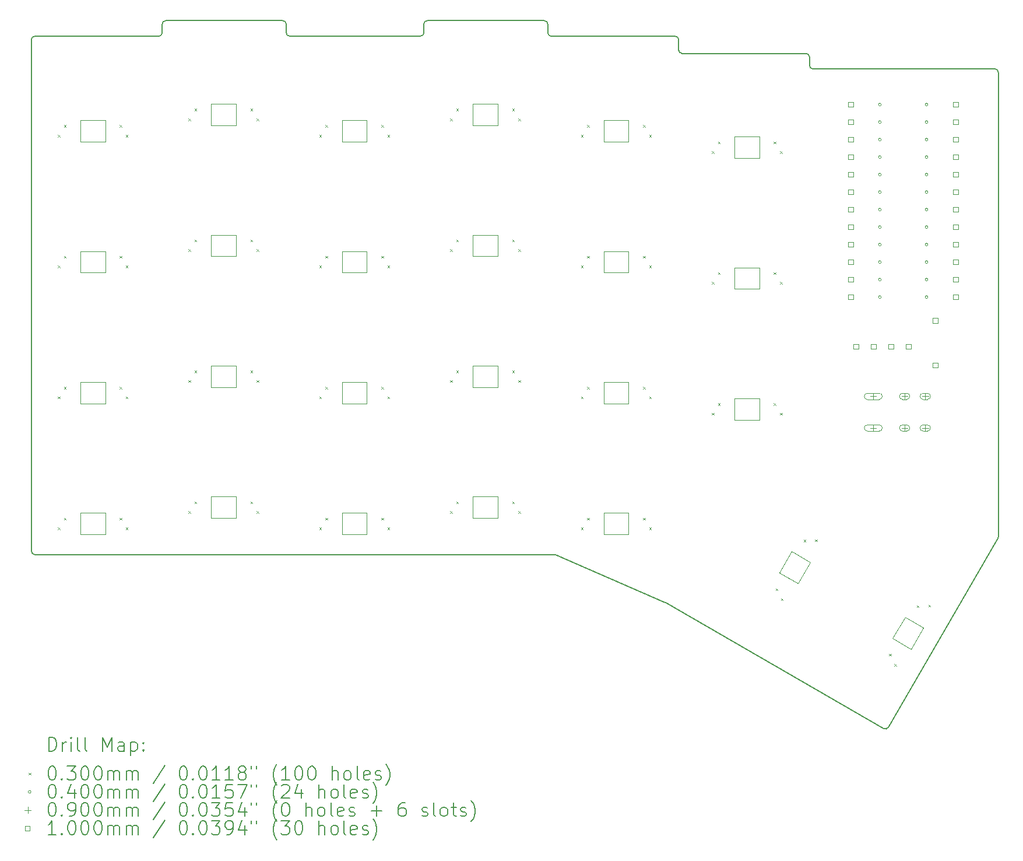
<source format=gbr>
%TF.GenerationSoftware,KiCad,Pcbnew,8.0.8+1*%
%TF.CreationDate,2025-06-17T15:50:22+00:00*%
%TF.ProjectId,eggada50,65676761-6461-4353-902e-6b696361645f,0.2*%
%TF.SameCoordinates,Original*%
%TF.FileFunction,Drillmap*%
%TF.FilePolarity,Positive*%
%FSLAX45Y45*%
G04 Gerber Fmt 4.5, Leading zero omitted, Abs format (unit mm)*
G04 Created by KiCad (PCBNEW 8.0.8+1) date 2025-06-17 15:50:22*
%MOMM*%
%LPD*%
G01*
G04 APERTURE LIST*
%ADD10C,0.150000*%
%ADD11C,0.120000*%
%ADD12C,0.200000*%
%ADD13C,0.100000*%
G04 APERTURE END LIST*
D10*
X9108199Y-10874001D02*
X9108001Y-3449001D01*
X9158001Y-3399000D02*
X10958000Y-3399000D01*
X11008000Y-3349000D02*
X11008000Y-3223800D01*
X11058000Y-3173800D02*
X12758200Y-3173800D01*
X12808200Y-3223800D02*
X12808200Y-3349000D01*
X12858200Y-3399000D02*
X14758000Y-3399000D01*
X14808000Y-3349000D02*
X14808000Y-3223800D01*
X14858000Y-3173800D02*
X16558200Y-3173800D01*
X16608200Y-3223800D02*
X16608200Y-3349000D01*
X16658200Y-3399000D02*
X18458200Y-3399000D01*
X18508200Y-3449000D02*
X18508200Y-3598800D01*
X18558200Y-3648800D02*
X20358222Y-3648800D01*
X20408222Y-3698778D02*
X20408278Y-3824022D01*
X23119800Y-10734660D02*
X21553171Y-13431110D01*
X18316542Y-11620019D02*
X21484938Y-13449293D01*
X18311391Y-11617429D02*
X16717699Y-10928109D01*
X9158199Y-10924000D02*
X16697850Y-10924000D01*
X20458278Y-3874000D02*
X23101300Y-3874000D01*
X23151300Y-3924000D02*
X23151300Y-10666703D01*
X23144601Y-10691703D02*
X23119800Y-10734660D01*
X9108001Y-3449001D02*
G75*
G02*
X9158001Y-3399001I49999J1D01*
G01*
X11008000Y-3349000D02*
G75*
G02*
X10958000Y-3399000I-50000J0D01*
G01*
X11008000Y-3223800D02*
G75*
G02*
X11058000Y-3173800I50000J0D01*
G01*
X12758200Y-3173800D02*
G75*
G02*
X12808200Y-3223800I0J-50000D01*
G01*
X12858200Y-3399000D02*
G75*
G02*
X12808200Y-3349000I0J50000D01*
G01*
X14808000Y-3349000D02*
G75*
G02*
X14758000Y-3399000I-50000J0D01*
G01*
X14808000Y-3223800D02*
G75*
G02*
X14858000Y-3173800I50000J0D01*
G01*
X16558200Y-3173800D02*
G75*
G02*
X16608200Y-3223800I0J-50000D01*
G01*
X16658200Y-3399000D02*
G75*
G02*
X16608200Y-3349000I0J50000D01*
G01*
X18458200Y-3399000D02*
G75*
G02*
X18508200Y-3449000I0J-50000D01*
G01*
X18558200Y-3648800D02*
G75*
G02*
X18508200Y-3598800I0J50000D01*
G01*
X20358222Y-3648800D02*
G75*
G02*
X20408220Y-3698778I-2J-50000D01*
G01*
X20458278Y-3874000D02*
G75*
G02*
X20408280Y-3824022I2J50000D01*
G01*
X23101300Y-3874000D02*
G75*
G02*
X23151300Y-3924000I0J-50000D01*
G01*
X23151300Y-10666703D02*
G75*
G02*
X23144600Y-10691702I-50000J3D01*
G01*
X21553171Y-13431110D02*
G75*
G02*
X21484940Y-13449290I-43231J25120D01*
G01*
X18311391Y-11617429D02*
G75*
G02*
X18316542Y-11620019I-19851J-45891D01*
G01*
X16697850Y-10924000D02*
G75*
G02*
X16717699Y-10928109I0J-50000D01*
G01*
X9158199Y-10924000D02*
G75*
G02*
X9108200Y-10874001I1J50000D01*
G01*
D11*
X10180000Y-10630000D02*
X9820000Y-10630000D01*
X9820000Y-10320000D01*
X10180000Y-10320000D01*
X10180000Y-10630000D01*
X10180000Y-8730000D02*
X9820000Y-8730000D01*
X9820000Y-8420000D01*
X10180000Y-8420000D01*
X10180000Y-8730000D01*
X10180000Y-6830000D02*
X9820000Y-6830000D01*
X9820000Y-6520000D01*
X10180000Y-6520000D01*
X10180000Y-6830000D01*
X10180000Y-4930000D02*
X9820000Y-4930000D01*
X9820000Y-4620000D01*
X10180000Y-4620000D01*
X10180000Y-4930000D01*
X12080000Y-10392500D02*
X11720000Y-10392500D01*
X11720000Y-10082500D01*
X12080000Y-10082500D01*
X12080000Y-10392500D01*
X12080000Y-8492500D02*
X11720000Y-8492500D01*
X11720000Y-8182500D01*
X12080000Y-8182500D01*
X12080000Y-8492500D01*
X12080000Y-6592500D02*
X11720000Y-6592500D01*
X11720000Y-6282500D01*
X12080000Y-6282500D01*
X12080000Y-6592500D01*
X12080000Y-4692500D02*
X11720000Y-4692500D01*
X11720000Y-4382500D01*
X12080000Y-4382500D01*
X12080000Y-4692500D01*
X13980000Y-10630000D02*
X13620000Y-10630000D01*
X13620000Y-10320000D01*
X13980000Y-10320000D01*
X13980000Y-10630000D01*
X13980000Y-8730000D02*
X13620000Y-8730000D01*
X13620000Y-8420000D01*
X13980000Y-8420000D01*
X13980000Y-8730000D01*
X13980000Y-6830000D02*
X13620000Y-6830000D01*
X13620000Y-6520000D01*
X13980000Y-6520000D01*
X13980000Y-6830000D01*
X13980000Y-4930000D02*
X13620000Y-4930000D01*
X13620000Y-4620000D01*
X13980000Y-4620000D01*
X13980000Y-4930000D01*
X15880000Y-10392500D02*
X15520000Y-10392500D01*
X15520000Y-10082500D01*
X15880000Y-10082500D01*
X15880000Y-10392500D01*
X15880000Y-8492500D02*
X15520000Y-8492500D01*
X15520000Y-8182500D01*
X15880000Y-8182500D01*
X15880000Y-8492500D01*
X15880000Y-6592500D02*
X15520000Y-6592500D01*
X15520000Y-6282500D01*
X15880000Y-6282500D01*
X15880000Y-6592500D01*
X15880000Y-4692500D02*
X15520000Y-4692500D01*
X15520000Y-4382500D01*
X15880000Y-4382500D01*
X15880000Y-4692500D01*
X17780000Y-10630000D02*
X17420000Y-10630000D01*
X17420000Y-10320000D01*
X17780000Y-10320000D01*
X17780000Y-10630000D01*
X17780000Y-8730000D02*
X17420000Y-8730000D01*
X17420000Y-8420000D01*
X17780000Y-8420000D01*
X17780000Y-8730000D01*
X17780000Y-6830000D02*
X17420000Y-6830000D01*
X17420000Y-6520000D01*
X17780000Y-6520000D01*
X17780000Y-6830000D01*
X17780000Y-4930000D02*
X17420000Y-4930000D01*
X17420000Y-4620000D01*
X17780000Y-4620000D01*
X17780000Y-4930000D01*
X19680000Y-8967500D02*
X19320000Y-8967500D01*
X19320000Y-8657500D01*
X19680000Y-8657500D01*
X19680000Y-8967500D01*
X19680000Y-7067500D02*
X19320000Y-7067500D01*
X19320000Y-6757500D01*
X19680000Y-6757500D01*
X19680000Y-7067500D01*
X19680000Y-5167500D02*
X19320000Y-5167500D01*
X19320000Y-4857500D01*
X19680000Y-4857500D01*
X19680000Y-5167500D01*
X20420596Y-11033115D02*
X20240596Y-11344885D01*
X19972128Y-11189885D01*
X20152128Y-10878115D01*
X20420596Y-11033115D01*
X22066044Y-11983115D02*
X21886044Y-12294885D01*
X21617576Y-12139885D01*
X21797576Y-11828115D01*
X22066044Y-11983115D01*
D12*
D13*
X9490000Y-4830000D02*
X9520000Y-4860000D01*
X9520000Y-4830000D02*
X9490000Y-4860000D01*
X9490000Y-6730000D02*
X9520000Y-6760000D01*
X9520000Y-6730000D02*
X9490000Y-6760000D01*
X9490000Y-8630000D02*
X9520000Y-8660000D01*
X9520000Y-8630000D02*
X9490000Y-8660000D01*
X9490000Y-10530000D02*
X9520000Y-10560000D01*
X9520000Y-10530000D02*
X9490000Y-10560000D01*
X9579000Y-4690000D02*
X9609000Y-4720000D01*
X9609000Y-4690000D02*
X9579000Y-4720000D01*
X9579000Y-6590000D02*
X9609000Y-6620000D01*
X9609000Y-6590000D02*
X9579000Y-6620000D01*
X9579000Y-8490000D02*
X9609000Y-8520000D01*
X9609000Y-8490000D02*
X9579000Y-8520000D01*
X9579000Y-10390000D02*
X9609000Y-10420000D01*
X9609000Y-10390000D02*
X9579000Y-10420000D01*
X10391000Y-4690000D02*
X10421000Y-4720000D01*
X10421000Y-4690000D02*
X10391000Y-4720000D01*
X10391000Y-6590000D02*
X10421000Y-6620000D01*
X10421000Y-6590000D02*
X10391000Y-6620000D01*
X10391000Y-8490000D02*
X10421000Y-8520000D01*
X10421000Y-8490000D02*
X10391000Y-8520000D01*
X10391000Y-10390000D02*
X10421000Y-10420000D01*
X10421000Y-10390000D02*
X10391000Y-10420000D01*
X10480000Y-4830000D02*
X10510000Y-4860000D01*
X10510000Y-4830000D02*
X10480000Y-4860000D01*
X10480000Y-6730000D02*
X10510000Y-6760000D01*
X10510000Y-6730000D02*
X10480000Y-6760000D01*
X10480000Y-8630000D02*
X10510000Y-8660000D01*
X10510000Y-8630000D02*
X10480000Y-8660000D01*
X10480000Y-10530000D02*
X10510000Y-10560000D01*
X10510000Y-10530000D02*
X10480000Y-10560000D01*
X11390000Y-4592500D02*
X11420000Y-4622500D01*
X11420000Y-4592500D02*
X11390000Y-4622500D01*
X11390000Y-6492500D02*
X11420000Y-6522500D01*
X11420000Y-6492500D02*
X11390000Y-6522500D01*
X11390000Y-8392500D02*
X11420000Y-8422500D01*
X11420000Y-8392500D02*
X11390000Y-8422500D01*
X11390000Y-10292500D02*
X11420000Y-10322500D01*
X11420000Y-10292500D02*
X11390000Y-10322500D01*
X11479000Y-4452500D02*
X11509000Y-4482500D01*
X11509000Y-4452500D02*
X11479000Y-4482500D01*
X11479000Y-6352500D02*
X11509000Y-6382500D01*
X11509000Y-6352500D02*
X11479000Y-6382500D01*
X11479000Y-8252500D02*
X11509000Y-8282500D01*
X11509000Y-8252500D02*
X11479000Y-8282500D01*
X11479000Y-10152500D02*
X11509000Y-10182500D01*
X11509000Y-10152500D02*
X11479000Y-10182500D01*
X12291000Y-4452500D02*
X12321000Y-4482500D01*
X12321000Y-4452500D02*
X12291000Y-4482500D01*
X12291000Y-6352500D02*
X12321000Y-6382500D01*
X12321000Y-6352500D02*
X12291000Y-6382500D01*
X12291000Y-8252500D02*
X12321000Y-8282500D01*
X12321000Y-8252500D02*
X12291000Y-8282500D01*
X12291000Y-10152500D02*
X12321000Y-10182500D01*
X12321000Y-10152500D02*
X12291000Y-10182500D01*
X12380000Y-4592500D02*
X12410000Y-4622500D01*
X12410000Y-4592500D02*
X12380000Y-4622500D01*
X12380000Y-6492500D02*
X12410000Y-6522500D01*
X12410000Y-6492500D02*
X12380000Y-6522500D01*
X12380000Y-8392500D02*
X12410000Y-8422500D01*
X12410000Y-8392500D02*
X12380000Y-8422500D01*
X12380000Y-10292500D02*
X12410000Y-10322500D01*
X12410000Y-10292500D02*
X12380000Y-10322500D01*
X13290000Y-4830000D02*
X13320000Y-4860000D01*
X13320000Y-4830000D02*
X13290000Y-4860000D01*
X13290000Y-6730000D02*
X13320000Y-6760000D01*
X13320000Y-6730000D02*
X13290000Y-6760000D01*
X13290000Y-8630000D02*
X13320000Y-8660000D01*
X13320000Y-8630000D02*
X13290000Y-8660000D01*
X13290000Y-10530000D02*
X13320000Y-10560000D01*
X13320000Y-10530000D02*
X13290000Y-10560000D01*
X13379000Y-4690000D02*
X13409000Y-4720000D01*
X13409000Y-4690000D02*
X13379000Y-4720000D01*
X13379000Y-6590000D02*
X13409000Y-6620000D01*
X13409000Y-6590000D02*
X13379000Y-6620000D01*
X13379000Y-8490000D02*
X13409000Y-8520000D01*
X13409000Y-8490000D02*
X13379000Y-8520000D01*
X13379000Y-10390000D02*
X13409000Y-10420000D01*
X13409000Y-10390000D02*
X13379000Y-10420000D01*
X14191000Y-4690000D02*
X14221000Y-4720000D01*
X14221000Y-4690000D02*
X14191000Y-4720000D01*
X14191000Y-6590000D02*
X14221000Y-6620000D01*
X14221000Y-6590000D02*
X14191000Y-6620000D01*
X14191000Y-8490000D02*
X14221000Y-8520000D01*
X14221000Y-8490000D02*
X14191000Y-8520000D01*
X14191000Y-10390000D02*
X14221000Y-10420000D01*
X14221000Y-10390000D02*
X14191000Y-10420000D01*
X14280000Y-4830000D02*
X14310000Y-4860000D01*
X14310000Y-4830000D02*
X14280000Y-4860000D01*
X14280000Y-6730000D02*
X14310000Y-6760000D01*
X14310000Y-6730000D02*
X14280000Y-6760000D01*
X14280000Y-8630000D02*
X14310000Y-8660000D01*
X14310000Y-8630000D02*
X14280000Y-8660000D01*
X14280000Y-10530000D02*
X14310000Y-10560000D01*
X14310000Y-10530000D02*
X14280000Y-10560000D01*
X15190000Y-4592500D02*
X15220000Y-4622500D01*
X15220000Y-4592500D02*
X15190000Y-4622500D01*
X15190000Y-6492500D02*
X15220000Y-6522500D01*
X15220000Y-6492500D02*
X15190000Y-6522500D01*
X15190000Y-8392500D02*
X15220000Y-8422500D01*
X15220000Y-8392500D02*
X15190000Y-8422500D01*
X15190000Y-10292500D02*
X15220000Y-10322500D01*
X15220000Y-10292500D02*
X15190000Y-10322500D01*
X15279000Y-4452500D02*
X15309000Y-4482500D01*
X15309000Y-4452500D02*
X15279000Y-4482500D01*
X15279000Y-6352500D02*
X15309000Y-6382500D01*
X15309000Y-6352500D02*
X15279000Y-6382500D01*
X15279000Y-8252500D02*
X15309000Y-8282500D01*
X15309000Y-8252500D02*
X15279000Y-8282500D01*
X15279000Y-10152500D02*
X15309000Y-10182500D01*
X15309000Y-10152500D02*
X15279000Y-10182500D01*
X16091000Y-4452500D02*
X16121000Y-4482500D01*
X16121000Y-4452500D02*
X16091000Y-4482500D01*
X16091000Y-6352500D02*
X16121000Y-6382500D01*
X16121000Y-6352500D02*
X16091000Y-6382500D01*
X16091000Y-8252500D02*
X16121000Y-8282500D01*
X16121000Y-8252500D02*
X16091000Y-8282500D01*
X16091000Y-10152500D02*
X16121000Y-10182500D01*
X16121000Y-10152500D02*
X16091000Y-10182500D01*
X16180000Y-4592500D02*
X16210000Y-4622500D01*
X16210000Y-4592500D02*
X16180000Y-4622500D01*
X16180000Y-6492500D02*
X16210000Y-6522500D01*
X16210000Y-6492500D02*
X16180000Y-6522500D01*
X16180000Y-8392500D02*
X16210000Y-8422500D01*
X16210000Y-8392500D02*
X16180000Y-8422500D01*
X16180000Y-10292500D02*
X16210000Y-10322500D01*
X16210000Y-10292500D02*
X16180000Y-10322500D01*
X17090000Y-4830000D02*
X17120000Y-4860000D01*
X17120000Y-4830000D02*
X17090000Y-4860000D01*
X17090000Y-6730000D02*
X17120000Y-6760000D01*
X17120000Y-6730000D02*
X17090000Y-6760000D01*
X17090000Y-8630000D02*
X17120000Y-8660000D01*
X17120000Y-8630000D02*
X17090000Y-8660000D01*
X17090000Y-10530000D02*
X17120000Y-10560000D01*
X17120000Y-10530000D02*
X17090000Y-10560000D01*
X17179000Y-4690000D02*
X17209000Y-4720000D01*
X17209000Y-4690000D02*
X17179000Y-4720000D01*
X17179000Y-6590000D02*
X17209000Y-6620000D01*
X17209000Y-6590000D02*
X17179000Y-6620000D01*
X17179000Y-8490000D02*
X17209000Y-8520000D01*
X17209000Y-8490000D02*
X17179000Y-8520000D01*
X17179000Y-10390000D02*
X17209000Y-10420000D01*
X17209000Y-10390000D02*
X17179000Y-10420000D01*
X17991000Y-4690000D02*
X18021000Y-4720000D01*
X18021000Y-4690000D02*
X17991000Y-4720000D01*
X17991000Y-6590000D02*
X18021000Y-6620000D01*
X18021000Y-6590000D02*
X17991000Y-6620000D01*
X17991000Y-8490000D02*
X18021000Y-8520000D01*
X18021000Y-8490000D02*
X17991000Y-8520000D01*
X17991000Y-10390000D02*
X18021000Y-10420000D01*
X18021000Y-10390000D02*
X17991000Y-10420000D01*
X18080000Y-4830000D02*
X18110000Y-4860000D01*
X18110000Y-4830000D02*
X18080000Y-4860000D01*
X18080000Y-6730000D02*
X18110000Y-6760000D01*
X18110000Y-6730000D02*
X18080000Y-6760000D01*
X18080000Y-8630000D02*
X18110000Y-8660000D01*
X18110000Y-8630000D02*
X18080000Y-8660000D01*
X18080000Y-10530000D02*
X18110000Y-10560000D01*
X18110000Y-10530000D02*
X18080000Y-10560000D01*
X18990000Y-5067500D02*
X19020000Y-5097500D01*
X19020000Y-5067500D02*
X18990000Y-5097500D01*
X18990000Y-6967500D02*
X19020000Y-6997500D01*
X19020000Y-6967500D02*
X18990000Y-6997500D01*
X18990000Y-8867500D02*
X19020000Y-8897500D01*
X19020000Y-8867500D02*
X18990000Y-8897500D01*
X19079000Y-4927500D02*
X19109000Y-4957500D01*
X19109000Y-4927500D02*
X19079000Y-4957500D01*
X19079000Y-6827500D02*
X19109000Y-6857500D01*
X19109000Y-6827500D02*
X19079000Y-6857500D01*
X19079000Y-8727500D02*
X19109000Y-8757500D01*
X19109000Y-8727500D02*
X19079000Y-8757500D01*
X19891000Y-4927500D02*
X19921000Y-4957500D01*
X19921000Y-4927500D02*
X19891000Y-4957500D01*
X19891000Y-6827500D02*
X19921000Y-6857500D01*
X19921000Y-6827500D02*
X19891000Y-6857500D01*
X19891000Y-8727500D02*
X19921000Y-8757500D01*
X19921000Y-8727500D02*
X19891000Y-8757500D01*
X19917740Y-11413106D02*
X19947740Y-11443106D01*
X19947740Y-11413106D02*
X19917740Y-11443106D01*
X19980000Y-5067500D02*
X20010000Y-5097500D01*
X20010000Y-5067500D02*
X19980000Y-5097500D01*
X19980000Y-6967500D02*
X20010000Y-6997500D01*
X20010000Y-6967500D02*
X19980000Y-6997500D01*
X19980000Y-8867500D02*
X20010000Y-8897500D01*
X20010000Y-8867500D02*
X19980000Y-8897500D01*
X19994484Y-11560183D02*
X20024484Y-11590183D01*
X20024484Y-11560183D02*
X19994484Y-11590183D01*
X20323740Y-10709894D02*
X20353740Y-10739894D01*
X20353740Y-10709894D02*
X20323740Y-10739894D01*
X20489484Y-10702817D02*
X20519484Y-10732817D01*
X20519484Y-10702817D02*
X20489484Y-10732817D01*
X21563189Y-12363106D02*
X21593189Y-12393106D01*
X21593189Y-12363106D02*
X21563189Y-12393106D01*
X21639932Y-12510183D02*
X21669932Y-12540183D01*
X21669932Y-12510183D02*
X21639932Y-12540183D01*
X21969189Y-11659894D02*
X21999189Y-11689894D01*
X21999189Y-11659894D02*
X21969189Y-11689894D01*
X22134932Y-11652817D02*
X22164932Y-11682817D01*
X22164932Y-11652817D02*
X22134932Y-11682817D01*
X21450400Y-4392000D02*
G75*
G02*
X21410400Y-4392000I-20000J0D01*
G01*
X21410400Y-4392000D02*
G75*
G02*
X21450400Y-4392000I20000J0D01*
G01*
X21450400Y-4646000D02*
G75*
G02*
X21410400Y-4646000I-20000J0D01*
G01*
X21410400Y-4646000D02*
G75*
G02*
X21450400Y-4646000I20000J0D01*
G01*
X21450400Y-4900000D02*
G75*
G02*
X21410400Y-4900000I-20000J0D01*
G01*
X21410400Y-4900000D02*
G75*
G02*
X21450400Y-4900000I20000J0D01*
G01*
X21450400Y-5154000D02*
G75*
G02*
X21410400Y-5154000I-20000J0D01*
G01*
X21410400Y-5154000D02*
G75*
G02*
X21450400Y-5154000I20000J0D01*
G01*
X21450400Y-5408000D02*
G75*
G02*
X21410400Y-5408000I-20000J0D01*
G01*
X21410400Y-5408000D02*
G75*
G02*
X21450400Y-5408000I20000J0D01*
G01*
X21450400Y-5662000D02*
G75*
G02*
X21410400Y-5662000I-20000J0D01*
G01*
X21410400Y-5662000D02*
G75*
G02*
X21450400Y-5662000I20000J0D01*
G01*
X21450400Y-5916000D02*
G75*
G02*
X21410400Y-5916000I-20000J0D01*
G01*
X21410400Y-5916000D02*
G75*
G02*
X21450400Y-5916000I20000J0D01*
G01*
X21450400Y-6170000D02*
G75*
G02*
X21410400Y-6170000I-20000J0D01*
G01*
X21410400Y-6170000D02*
G75*
G02*
X21450400Y-6170000I20000J0D01*
G01*
X21450400Y-6424000D02*
G75*
G02*
X21410400Y-6424000I-20000J0D01*
G01*
X21410400Y-6424000D02*
G75*
G02*
X21450400Y-6424000I20000J0D01*
G01*
X21450400Y-6678000D02*
G75*
G02*
X21410400Y-6678000I-20000J0D01*
G01*
X21410400Y-6678000D02*
G75*
G02*
X21450400Y-6678000I20000J0D01*
G01*
X21450400Y-6932000D02*
G75*
G02*
X21410400Y-6932000I-20000J0D01*
G01*
X21410400Y-6932000D02*
G75*
G02*
X21450400Y-6932000I20000J0D01*
G01*
X21450400Y-7186000D02*
G75*
G02*
X21410400Y-7186000I-20000J0D01*
G01*
X21410400Y-7186000D02*
G75*
G02*
X21450400Y-7186000I20000J0D01*
G01*
X22130400Y-4392000D02*
G75*
G02*
X22090400Y-4392000I-20000J0D01*
G01*
X22090400Y-4392000D02*
G75*
G02*
X22130400Y-4392000I20000J0D01*
G01*
X22130400Y-4646000D02*
G75*
G02*
X22090400Y-4646000I-20000J0D01*
G01*
X22090400Y-4646000D02*
G75*
G02*
X22130400Y-4646000I20000J0D01*
G01*
X22130400Y-4900000D02*
G75*
G02*
X22090400Y-4900000I-20000J0D01*
G01*
X22090400Y-4900000D02*
G75*
G02*
X22130400Y-4900000I20000J0D01*
G01*
X22130400Y-5154000D02*
G75*
G02*
X22090400Y-5154000I-20000J0D01*
G01*
X22090400Y-5154000D02*
G75*
G02*
X22130400Y-5154000I20000J0D01*
G01*
X22130400Y-5408000D02*
G75*
G02*
X22090400Y-5408000I-20000J0D01*
G01*
X22090400Y-5408000D02*
G75*
G02*
X22130400Y-5408000I20000J0D01*
G01*
X22130400Y-5662000D02*
G75*
G02*
X22090400Y-5662000I-20000J0D01*
G01*
X22090400Y-5662000D02*
G75*
G02*
X22130400Y-5662000I20000J0D01*
G01*
X22130400Y-5916000D02*
G75*
G02*
X22090400Y-5916000I-20000J0D01*
G01*
X22090400Y-5916000D02*
G75*
G02*
X22130400Y-5916000I20000J0D01*
G01*
X22130400Y-6170000D02*
G75*
G02*
X22090400Y-6170000I-20000J0D01*
G01*
X22090400Y-6170000D02*
G75*
G02*
X22130400Y-6170000I20000J0D01*
G01*
X22130400Y-6424000D02*
G75*
G02*
X22090400Y-6424000I-20000J0D01*
G01*
X22090400Y-6424000D02*
G75*
G02*
X22130400Y-6424000I20000J0D01*
G01*
X22130400Y-6678000D02*
G75*
G02*
X22090400Y-6678000I-20000J0D01*
G01*
X22090400Y-6678000D02*
G75*
G02*
X22130400Y-6678000I20000J0D01*
G01*
X22130400Y-6932000D02*
G75*
G02*
X22090400Y-6932000I-20000J0D01*
G01*
X22090400Y-6932000D02*
G75*
G02*
X22130400Y-6932000I20000J0D01*
G01*
X22130400Y-7186000D02*
G75*
G02*
X22090400Y-7186000I-20000J0D01*
G01*
X22090400Y-7186000D02*
G75*
G02*
X22130400Y-7186000I20000J0D01*
G01*
X21336000Y-8581000D02*
X21336000Y-8671000D01*
X21291000Y-8626000D02*
X21381000Y-8626000D01*
X21421000Y-8581000D02*
X21251000Y-8581000D01*
X21251000Y-8671000D02*
G75*
G02*
X21251000Y-8581000I0J45000D01*
G01*
X21251000Y-8671000D02*
X21421000Y-8671000D01*
X21421000Y-8671000D02*
G75*
G03*
X21421000Y-8581000I0J45000D01*
G01*
X21336000Y-9041000D02*
X21336000Y-9131000D01*
X21291000Y-9086000D02*
X21381000Y-9086000D01*
X21421000Y-9041000D02*
X21251000Y-9041000D01*
X21251000Y-9131000D02*
G75*
G02*
X21251000Y-9041000I0J45000D01*
G01*
X21251000Y-9131000D02*
X21421000Y-9131000D01*
X21421000Y-9131000D02*
G75*
G03*
X21421000Y-9041000I0J45000D01*
G01*
X21791000Y-8581000D02*
X21791000Y-8671000D01*
X21746000Y-8626000D02*
X21836000Y-8626000D01*
X21821000Y-8581000D02*
X21761000Y-8581000D01*
X21761000Y-8671000D02*
G75*
G02*
X21761000Y-8581000I0J45000D01*
G01*
X21761000Y-8671000D02*
X21821000Y-8671000D01*
X21821000Y-8671000D02*
G75*
G03*
X21821000Y-8581000I0J45000D01*
G01*
X21791000Y-9041000D02*
X21791000Y-9131000D01*
X21746000Y-9086000D02*
X21836000Y-9086000D01*
X21821000Y-9041000D02*
X21761000Y-9041000D01*
X21761000Y-9131000D02*
G75*
G02*
X21761000Y-9041000I0J45000D01*
G01*
X21761000Y-9131000D02*
X21821000Y-9131000D01*
X21821000Y-9131000D02*
G75*
G03*
X21821000Y-9041000I0J45000D01*
G01*
X22091000Y-8581000D02*
X22091000Y-8671000D01*
X22046000Y-8626000D02*
X22136000Y-8626000D01*
X22121000Y-8581000D02*
X22061000Y-8581000D01*
X22061000Y-8671000D02*
G75*
G02*
X22061000Y-8581000I0J45000D01*
G01*
X22061000Y-8671000D02*
X22121000Y-8671000D01*
X22121000Y-8671000D02*
G75*
G03*
X22121000Y-8581000I0J45000D01*
G01*
X22091000Y-9041000D02*
X22091000Y-9131000D01*
X22046000Y-9086000D02*
X22136000Y-9086000D01*
X22121000Y-9041000D02*
X22061000Y-9041000D01*
X22061000Y-9131000D02*
G75*
G02*
X22061000Y-9041000I0J45000D01*
G01*
X22061000Y-9131000D02*
X22121000Y-9131000D01*
X22121000Y-9131000D02*
G75*
G03*
X22121000Y-9041000I0J45000D01*
G01*
X21043756Y-4427356D02*
X21043756Y-4356644D01*
X20973044Y-4356644D01*
X20973044Y-4427356D01*
X21043756Y-4427356D01*
X21043756Y-4681356D02*
X21043756Y-4610644D01*
X20973044Y-4610644D01*
X20973044Y-4681356D01*
X21043756Y-4681356D01*
X21043756Y-4935356D02*
X21043756Y-4864644D01*
X20973044Y-4864644D01*
X20973044Y-4935356D01*
X21043756Y-4935356D01*
X21043756Y-5189356D02*
X21043756Y-5118644D01*
X20973044Y-5118644D01*
X20973044Y-5189356D01*
X21043756Y-5189356D01*
X21043756Y-5443356D02*
X21043756Y-5372644D01*
X20973044Y-5372644D01*
X20973044Y-5443356D01*
X21043756Y-5443356D01*
X21043756Y-5697356D02*
X21043756Y-5626644D01*
X20973044Y-5626644D01*
X20973044Y-5697356D01*
X21043756Y-5697356D01*
X21043756Y-5951356D02*
X21043756Y-5880644D01*
X20973044Y-5880644D01*
X20973044Y-5951356D01*
X21043756Y-5951356D01*
X21043756Y-6205356D02*
X21043756Y-6134644D01*
X20973044Y-6134644D01*
X20973044Y-6205356D01*
X21043756Y-6205356D01*
X21043756Y-6459356D02*
X21043756Y-6388644D01*
X20973044Y-6388644D01*
X20973044Y-6459356D01*
X21043756Y-6459356D01*
X21043756Y-6713356D02*
X21043756Y-6642644D01*
X20973044Y-6642644D01*
X20973044Y-6713356D01*
X21043756Y-6713356D01*
X21043756Y-6967356D02*
X21043756Y-6896644D01*
X20973044Y-6896644D01*
X20973044Y-6967356D01*
X21043756Y-6967356D01*
X21043756Y-7221356D02*
X21043756Y-7150644D01*
X20973044Y-7150644D01*
X20973044Y-7221356D01*
X21043756Y-7221356D01*
X21119056Y-7936156D02*
X21119056Y-7865444D01*
X21048344Y-7865444D01*
X21048344Y-7936156D01*
X21119056Y-7936156D01*
X21373056Y-7936156D02*
X21373056Y-7865444D01*
X21302344Y-7865444D01*
X21302344Y-7936156D01*
X21373056Y-7936156D01*
X21627056Y-7936156D02*
X21627056Y-7865444D01*
X21556344Y-7865444D01*
X21556344Y-7936156D01*
X21627056Y-7936156D01*
X21881056Y-7936156D02*
X21881056Y-7865444D01*
X21810344Y-7865444D01*
X21810344Y-7936156D01*
X21881056Y-7936156D01*
X22270356Y-7560456D02*
X22270356Y-7489744D01*
X22199644Y-7489744D01*
X22199644Y-7560456D01*
X22270356Y-7560456D01*
X22270356Y-8210456D02*
X22270356Y-8139744D01*
X22199644Y-8139744D01*
X22199644Y-8210456D01*
X22270356Y-8210456D01*
X22567756Y-4427356D02*
X22567756Y-4356644D01*
X22497044Y-4356644D01*
X22497044Y-4427356D01*
X22567756Y-4427356D01*
X22567756Y-4681356D02*
X22567756Y-4610644D01*
X22497044Y-4610644D01*
X22497044Y-4681356D01*
X22567756Y-4681356D01*
X22567756Y-4935356D02*
X22567756Y-4864644D01*
X22497044Y-4864644D01*
X22497044Y-4935356D01*
X22567756Y-4935356D01*
X22567756Y-5189356D02*
X22567756Y-5118644D01*
X22497044Y-5118644D01*
X22497044Y-5189356D01*
X22567756Y-5189356D01*
X22567756Y-5443356D02*
X22567756Y-5372644D01*
X22497044Y-5372644D01*
X22497044Y-5443356D01*
X22567756Y-5443356D01*
X22567756Y-5697356D02*
X22567756Y-5626644D01*
X22497044Y-5626644D01*
X22497044Y-5697356D01*
X22567756Y-5697356D01*
X22567756Y-5951356D02*
X22567756Y-5880644D01*
X22497044Y-5880644D01*
X22497044Y-5951356D01*
X22567756Y-5951356D01*
X22567756Y-6205356D02*
X22567756Y-6134644D01*
X22497044Y-6134644D01*
X22497044Y-6205356D01*
X22567756Y-6205356D01*
X22567756Y-6459356D02*
X22567756Y-6388644D01*
X22497044Y-6388644D01*
X22497044Y-6459356D01*
X22567756Y-6459356D01*
X22567756Y-6713356D02*
X22567756Y-6642644D01*
X22497044Y-6642644D01*
X22497044Y-6713356D01*
X22567756Y-6713356D01*
X22567756Y-6967356D02*
X22567756Y-6896644D01*
X22497044Y-6896644D01*
X22497044Y-6967356D01*
X22567756Y-6967356D01*
X22567756Y-7221356D02*
X22567756Y-7150644D01*
X22497044Y-7150644D01*
X22497044Y-7221356D01*
X22567756Y-7221356D01*
D12*
X9361278Y-13774973D02*
X9361278Y-13574973D01*
X9361278Y-13574973D02*
X9408897Y-13574973D01*
X9408897Y-13574973D02*
X9437469Y-13584497D01*
X9437469Y-13584497D02*
X9456516Y-13603545D01*
X9456516Y-13603545D02*
X9466040Y-13622592D01*
X9466040Y-13622592D02*
X9475564Y-13660687D01*
X9475564Y-13660687D02*
X9475564Y-13689259D01*
X9475564Y-13689259D02*
X9466040Y-13727354D01*
X9466040Y-13727354D02*
X9456516Y-13746402D01*
X9456516Y-13746402D02*
X9437469Y-13765449D01*
X9437469Y-13765449D02*
X9408897Y-13774973D01*
X9408897Y-13774973D02*
X9361278Y-13774973D01*
X9561278Y-13774973D02*
X9561278Y-13641640D01*
X9561278Y-13679735D02*
X9570802Y-13660687D01*
X9570802Y-13660687D02*
X9580326Y-13651164D01*
X9580326Y-13651164D02*
X9599373Y-13641640D01*
X9599373Y-13641640D02*
X9618421Y-13641640D01*
X9685088Y-13774973D02*
X9685088Y-13641640D01*
X9685088Y-13574973D02*
X9675564Y-13584497D01*
X9675564Y-13584497D02*
X9685088Y-13594021D01*
X9685088Y-13594021D02*
X9694611Y-13584497D01*
X9694611Y-13584497D02*
X9685088Y-13574973D01*
X9685088Y-13574973D02*
X9685088Y-13594021D01*
X9808897Y-13774973D02*
X9789850Y-13765449D01*
X9789850Y-13765449D02*
X9780326Y-13746402D01*
X9780326Y-13746402D02*
X9780326Y-13574973D01*
X9913659Y-13774973D02*
X9894611Y-13765449D01*
X9894611Y-13765449D02*
X9885088Y-13746402D01*
X9885088Y-13746402D02*
X9885088Y-13574973D01*
X10142231Y-13774973D02*
X10142231Y-13574973D01*
X10142231Y-13574973D02*
X10208897Y-13717830D01*
X10208897Y-13717830D02*
X10275564Y-13574973D01*
X10275564Y-13574973D02*
X10275564Y-13774973D01*
X10456516Y-13774973D02*
X10456516Y-13670211D01*
X10456516Y-13670211D02*
X10446992Y-13651164D01*
X10446992Y-13651164D02*
X10427945Y-13641640D01*
X10427945Y-13641640D02*
X10389850Y-13641640D01*
X10389850Y-13641640D02*
X10370802Y-13651164D01*
X10456516Y-13765449D02*
X10437469Y-13774973D01*
X10437469Y-13774973D02*
X10389850Y-13774973D01*
X10389850Y-13774973D02*
X10370802Y-13765449D01*
X10370802Y-13765449D02*
X10361278Y-13746402D01*
X10361278Y-13746402D02*
X10361278Y-13727354D01*
X10361278Y-13727354D02*
X10370802Y-13708307D01*
X10370802Y-13708307D02*
X10389850Y-13698783D01*
X10389850Y-13698783D02*
X10437469Y-13698783D01*
X10437469Y-13698783D02*
X10456516Y-13689259D01*
X10551754Y-13641640D02*
X10551754Y-13841640D01*
X10551754Y-13651164D02*
X10570802Y-13641640D01*
X10570802Y-13641640D02*
X10608897Y-13641640D01*
X10608897Y-13641640D02*
X10627945Y-13651164D01*
X10627945Y-13651164D02*
X10637469Y-13660687D01*
X10637469Y-13660687D02*
X10646992Y-13679735D01*
X10646992Y-13679735D02*
X10646992Y-13736878D01*
X10646992Y-13736878D02*
X10637469Y-13755926D01*
X10637469Y-13755926D02*
X10627945Y-13765449D01*
X10627945Y-13765449D02*
X10608897Y-13774973D01*
X10608897Y-13774973D02*
X10570802Y-13774973D01*
X10570802Y-13774973D02*
X10551754Y-13765449D01*
X10732707Y-13755926D02*
X10742231Y-13765449D01*
X10742231Y-13765449D02*
X10732707Y-13774973D01*
X10732707Y-13774973D02*
X10723183Y-13765449D01*
X10723183Y-13765449D02*
X10732707Y-13755926D01*
X10732707Y-13755926D02*
X10732707Y-13774973D01*
X10732707Y-13651164D02*
X10742231Y-13660687D01*
X10742231Y-13660687D02*
X10732707Y-13670211D01*
X10732707Y-13670211D02*
X10723183Y-13660687D01*
X10723183Y-13660687D02*
X10732707Y-13651164D01*
X10732707Y-13651164D02*
X10732707Y-13670211D01*
D13*
X9070501Y-14088489D02*
X9100501Y-14118489D01*
X9100501Y-14088489D02*
X9070501Y-14118489D01*
D12*
X9399373Y-13994973D02*
X9418421Y-13994973D01*
X9418421Y-13994973D02*
X9437469Y-14004497D01*
X9437469Y-14004497D02*
X9446992Y-14014021D01*
X9446992Y-14014021D02*
X9456516Y-14033068D01*
X9456516Y-14033068D02*
X9466040Y-14071164D01*
X9466040Y-14071164D02*
X9466040Y-14118783D01*
X9466040Y-14118783D02*
X9456516Y-14156878D01*
X9456516Y-14156878D02*
X9446992Y-14175926D01*
X9446992Y-14175926D02*
X9437469Y-14185449D01*
X9437469Y-14185449D02*
X9418421Y-14194973D01*
X9418421Y-14194973D02*
X9399373Y-14194973D01*
X9399373Y-14194973D02*
X9380326Y-14185449D01*
X9380326Y-14185449D02*
X9370802Y-14175926D01*
X9370802Y-14175926D02*
X9361278Y-14156878D01*
X9361278Y-14156878D02*
X9351754Y-14118783D01*
X9351754Y-14118783D02*
X9351754Y-14071164D01*
X9351754Y-14071164D02*
X9361278Y-14033068D01*
X9361278Y-14033068D02*
X9370802Y-14014021D01*
X9370802Y-14014021D02*
X9380326Y-14004497D01*
X9380326Y-14004497D02*
X9399373Y-13994973D01*
X9551754Y-14175926D02*
X9561278Y-14185449D01*
X9561278Y-14185449D02*
X9551754Y-14194973D01*
X9551754Y-14194973D02*
X9542231Y-14185449D01*
X9542231Y-14185449D02*
X9551754Y-14175926D01*
X9551754Y-14175926D02*
X9551754Y-14194973D01*
X9627945Y-13994973D02*
X9751754Y-13994973D01*
X9751754Y-13994973D02*
X9685088Y-14071164D01*
X9685088Y-14071164D02*
X9713659Y-14071164D01*
X9713659Y-14071164D02*
X9732707Y-14080687D01*
X9732707Y-14080687D02*
X9742231Y-14090211D01*
X9742231Y-14090211D02*
X9751754Y-14109259D01*
X9751754Y-14109259D02*
X9751754Y-14156878D01*
X9751754Y-14156878D02*
X9742231Y-14175926D01*
X9742231Y-14175926D02*
X9732707Y-14185449D01*
X9732707Y-14185449D02*
X9713659Y-14194973D01*
X9713659Y-14194973D02*
X9656516Y-14194973D01*
X9656516Y-14194973D02*
X9637469Y-14185449D01*
X9637469Y-14185449D02*
X9627945Y-14175926D01*
X9875564Y-13994973D02*
X9894612Y-13994973D01*
X9894612Y-13994973D02*
X9913659Y-14004497D01*
X9913659Y-14004497D02*
X9923183Y-14014021D01*
X9923183Y-14014021D02*
X9932707Y-14033068D01*
X9932707Y-14033068D02*
X9942231Y-14071164D01*
X9942231Y-14071164D02*
X9942231Y-14118783D01*
X9942231Y-14118783D02*
X9932707Y-14156878D01*
X9932707Y-14156878D02*
X9923183Y-14175926D01*
X9923183Y-14175926D02*
X9913659Y-14185449D01*
X9913659Y-14185449D02*
X9894612Y-14194973D01*
X9894612Y-14194973D02*
X9875564Y-14194973D01*
X9875564Y-14194973D02*
X9856516Y-14185449D01*
X9856516Y-14185449D02*
X9846992Y-14175926D01*
X9846992Y-14175926D02*
X9837469Y-14156878D01*
X9837469Y-14156878D02*
X9827945Y-14118783D01*
X9827945Y-14118783D02*
X9827945Y-14071164D01*
X9827945Y-14071164D02*
X9837469Y-14033068D01*
X9837469Y-14033068D02*
X9846992Y-14014021D01*
X9846992Y-14014021D02*
X9856516Y-14004497D01*
X9856516Y-14004497D02*
X9875564Y-13994973D01*
X10066040Y-13994973D02*
X10085088Y-13994973D01*
X10085088Y-13994973D02*
X10104135Y-14004497D01*
X10104135Y-14004497D02*
X10113659Y-14014021D01*
X10113659Y-14014021D02*
X10123183Y-14033068D01*
X10123183Y-14033068D02*
X10132707Y-14071164D01*
X10132707Y-14071164D02*
X10132707Y-14118783D01*
X10132707Y-14118783D02*
X10123183Y-14156878D01*
X10123183Y-14156878D02*
X10113659Y-14175926D01*
X10113659Y-14175926D02*
X10104135Y-14185449D01*
X10104135Y-14185449D02*
X10085088Y-14194973D01*
X10085088Y-14194973D02*
X10066040Y-14194973D01*
X10066040Y-14194973D02*
X10046992Y-14185449D01*
X10046992Y-14185449D02*
X10037469Y-14175926D01*
X10037469Y-14175926D02*
X10027945Y-14156878D01*
X10027945Y-14156878D02*
X10018421Y-14118783D01*
X10018421Y-14118783D02*
X10018421Y-14071164D01*
X10018421Y-14071164D02*
X10027945Y-14033068D01*
X10027945Y-14033068D02*
X10037469Y-14014021D01*
X10037469Y-14014021D02*
X10046992Y-14004497D01*
X10046992Y-14004497D02*
X10066040Y-13994973D01*
X10218421Y-14194973D02*
X10218421Y-14061640D01*
X10218421Y-14080687D02*
X10227945Y-14071164D01*
X10227945Y-14071164D02*
X10246992Y-14061640D01*
X10246992Y-14061640D02*
X10275564Y-14061640D01*
X10275564Y-14061640D02*
X10294612Y-14071164D01*
X10294612Y-14071164D02*
X10304135Y-14090211D01*
X10304135Y-14090211D02*
X10304135Y-14194973D01*
X10304135Y-14090211D02*
X10313659Y-14071164D01*
X10313659Y-14071164D02*
X10332707Y-14061640D01*
X10332707Y-14061640D02*
X10361278Y-14061640D01*
X10361278Y-14061640D02*
X10380326Y-14071164D01*
X10380326Y-14071164D02*
X10389850Y-14090211D01*
X10389850Y-14090211D02*
X10389850Y-14194973D01*
X10485088Y-14194973D02*
X10485088Y-14061640D01*
X10485088Y-14080687D02*
X10494612Y-14071164D01*
X10494612Y-14071164D02*
X10513659Y-14061640D01*
X10513659Y-14061640D02*
X10542231Y-14061640D01*
X10542231Y-14061640D02*
X10561278Y-14071164D01*
X10561278Y-14071164D02*
X10570802Y-14090211D01*
X10570802Y-14090211D02*
X10570802Y-14194973D01*
X10570802Y-14090211D02*
X10580326Y-14071164D01*
X10580326Y-14071164D02*
X10599373Y-14061640D01*
X10599373Y-14061640D02*
X10627945Y-14061640D01*
X10627945Y-14061640D02*
X10646993Y-14071164D01*
X10646993Y-14071164D02*
X10656516Y-14090211D01*
X10656516Y-14090211D02*
X10656516Y-14194973D01*
X11046993Y-13985449D02*
X10875564Y-14242592D01*
X11304135Y-13994973D02*
X11323183Y-13994973D01*
X11323183Y-13994973D02*
X11342231Y-14004497D01*
X11342231Y-14004497D02*
X11351754Y-14014021D01*
X11351754Y-14014021D02*
X11361278Y-14033068D01*
X11361278Y-14033068D02*
X11370802Y-14071164D01*
X11370802Y-14071164D02*
X11370802Y-14118783D01*
X11370802Y-14118783D02*
X11361278Y-14156878D01*
X11361278Y-14156878D02*
X11351754Y-14175926D01*
X11351754Y-14175926D02*
X11342231Y-14185449D01*
X11342231Y-14185449D02*
X11323183Y-14194973D01*
X11323183Y-14194973D02*
X11304135Y-14194973D01*
X11304135Y-14194973D02*
X11285088Y-14185449D01*
X11285088Y-14185449D02*
X11275564Y-14175926D01*
X11275564Y-14175926D02*
X11266040Y-14156878D01*
X11266040Y-14156878D02*
X11256516Y-14118783D01*
X11256516Y-14118783D02*
X11256516Y-14071164D01*
X11256516Y-14071164D02*
X11266040Y-14033068D01*
X11266040Y-14033068D02*
X11275564Y-14014021D01*
X11275564Y-14014021D02*
X11285088Y-14004497D01*
X11285088Y-14004497D02*
X11304135Y-13994973D01*
X11456516Y-14175926D02*
X11466040Y-14185449D01*
X11466040Y-14185449D02*
X11456516Y-14194973D01*
X11456516Y-14194973D02*
X11446993Y-14185449D01*
X11446993Y-14185449D02*
X11456516Y-14175926D01*
X11456516Y-14175926D02*
X11456516Y-14194973D01*
X11589850Y-13994973D02*
X11608897Y-13994973D01*
X11608897Y-13994973D02*
X11627945Y-14004497D01*
X11627945Y-14004497D02*
X11637469Y-14014021D01*
X11637469Y-14014021D02*
X11646993Y-14033068D01*
X11646993Y-14033068D02*
X11656516Y-14071164D01*
X11656516Y-14071164D02*
X11656516Y-14118783D01*
X11656516Y-14118783D02*
X11646993Y-14156878D01*
X11646993Y-14156878D02*
X11637469Y-14175926D01*
X11637469Y-14175926D02*
X11627945Y-14185449D01*
X11627945Y-14185449D02*
X11608897Y-14194973D01*
X11608897Y-14194973D02*
X11589850Y-14194973D01*
X11589850Y-14194973D02*
X11570802Y-14185449D01*
X11570802Y-14185449D02*
X11561278Y-14175926D01*
X11561278Y-14175926D02*
X11551754Y-14156878D01*
X11551754Y-14156878D02*
X11542231Y-14118783D01*
X11542231Y-14118783D02*
X11542231Y-14071164D01*
X11542231Y-14071164D02*
X11551754Y-14033068D01*
X11551754Y-14033068D02*
X11561278Y-14014021D01*
X11561278Y-14014021D02*
X11570802Y-14004497D01*
X11570802Y-14004497D02*
X11589850Y-13994973D01*
X11846993Y-14194973D02*
X11732707Y-14194973D01*
X11789850Y-14194973D02*
X11789850Y-13994973D01*
X11789850Y-13994973D02*
X11770802Y-14023545D01*
X11770802Y-14023545D02*
X11751754Y-14042592D01*
X11751754Y-14042592D02*
X11732707Y-14052116D01*
X12037469Y-14194973D02*
X11923183Y-14194973D01*
X11980326Y-14194973D02*
X11980326Y-13994973D01*
X11980326Y-13994973D02*
X11961278Y-14023545D01*
X11961278Y-14023545D02*
X11942231Y-14042592D01*
X11942231Y-14042592D02*
X11923183Y-14052116D01*
X12151754Y-14080687D02*
X12132707Y-14071164D01*
X12132707Y-14071164D02*
X12123183Y-14061640D01*
X12123183Y-14061640D02*
X12113659Y-14042592D01*
X12113659Y-14042592D02*
X12113659Y-14033068D01*
X12113659Y-14033068D02*
X12123183Y-14014021D01*
X12123183Y-14014021D02*
X12132707Y-14004497D01*
X12132707Y-14004497D02*
X12151754Y-13994973D01*
X12151754Y-13994973D02*
X12189850Y-13994973D01*
X12189850Y-13994973D02*
X12208897Y-14004497D01*
X12208897Y-14004497D02*
X12218421Y-14014021D01*
X12218421Y-14014021D02*
X12227945Y-14033068D01*
X12227945Y-14033068D02*
X12227945Y-14042592D01*
X12227945Y-14042592D02*
X12218421Y-14061640D01*
X12218421Y-14061640D02*
X12208897Y-14071164D01*
X12208897Y-14071164D02*
X12189850Y-14080687D01*
X12189850Y-14080687D02*
X12151754Y-14080687D01*
X12151754Y-14080687D02*
X12132707Y-14090211D01*
X12132707Y-14090211D02*
X12123183Y-14099735D01*
X12123183Y-14099735D02*
X12113659Y-14118783D01*
X12113659Y-14118783D02*
X12113659Y-14156878D01*
X12113659Y-14156878D02*
X12123183Y-14175926D01*
X12123183Y-14175926D02*
X12132707Y-14185449D01*
X12132707Y-14185449D02*
X12151754Y-14194973D01*
X12151754Y-14194973D02*
X12189850Y-14194973D01*
X12189850Y-14194973D02*
X12208897Y-14185449D01*
X12208897Y-14185449D02*
X12218421Y-14175926D01*
X12218421Y-14175926D02*
X12227945Y-14156878D01*
X12227945Y-14156878D02*
X12227945Y-14118783D01*
X12227945Y-14118783D02*
X12218421Y-14099735D01*
X12218421Y-14099735D02*
X12208897Y-14090211D01*
X12208897Y-14090211D02*
X12189850Y-14080687D01*
X12304135Y-13994973D02*
X12304135Y-14033068D01*
X12380326Y-13994973D02*
X12380326Y-14033068D01*
X12675564Y-14271164D02*
X12666040Y-14261640D01*
X12666040Y-14261640D02*
X12646993Y-14233068D01*
X12646993Y-14233068D02*
X12637469Y-14214021D01*
X12637469Y-14214021D02*
X12627945Y-14185449D01*
X12627945Y-14185449D02*
X12618421Y-14137830D01*
X12618421Y-14137830D02*
X12618421Y-14099735D01*
X12618421Y-14099735D02*
X12627945Y-14052116D01*
X12627945Y-14052116D02*
X12637469Y-14023545D01*
X12637469Y-14023545D02*
X12646993Y-14004497D01*
X12646993Y-14004497D02*
X12666040Y-13975926D01*
X12666040Y-13975926D02*
X12675564Y-13966402D01*
X12856516Y-14194973D02*
X12742231Y-14194973D01*
X12799374Y-14194973D02*
X12799374Y-13994973D01*
X12799374Y-13994973D02*
X12780326Y-14023545D01*
X12780326Y-14023545D02*
X12761278Y-14042592D01*
X12761278Y-14042592D02*
X12742231Y-14052116D01*
X12980326Y-13994973D02*
X12999374Y-13994973D01*
X12999374Y-13994973D02*
X13018421Y-14004497D01*
X13018421Y-14004497D02*
X13027945Y-14014021D01*
X13027945Y-14014021D02*
X13037469Y-14033068D01*
X13037469Y-14033068D02*
X13046993Y-14071164D01*
X13046993Y-14071164D02*
X13046993Y-14118783D01*
X13046993Y-14118783D02*
X13037469Y-14156878D01*
X13037469Y-14156878D02*
X13027945Y-14175926D01*
X13027945Y-14175926D02*
X13018421Y-14185449D01*
X13018421Y-14185449D02*
X12999374Y-14194973D01*
X12999374Y-14194973D02*
X12980326Y-14194973D01*
X12980326Y-14194973D02*
X12961278Y-14185449D01*
X12961278Y-14185449D02*
X12951755Y-14175926D01*
X12951755Y-14175926D02*
X12942231Y-14156878D01*
X12942231Y-14156878D02*
X12932707Y-14118783D01*
X12932707Y-14118783D02*
X12932707Y-14071164D01*
X12932707Y-14071164D02*
X12942231Y-14033068D01*
X12942231Y-14033068D02*
X12951755Y-14014021D01*
X12951755Y-14014021D02*
X12961278Y-14004497D01*
X12961278Y-14004497D02*
X12980326Y-13994973D01*
X13170802Y-13994973D02*
X13189850Y-13994973D01*
X13189850Y-13994973D02*
X13208897Y-14004497D01*
X13208897Y-14004497D02*
X13218421Y-14014021D01*
X13218421Y-14014021D02*
X13227945Y-14033068D01*
X13227945Y-14033068D02*
X13237469Y-14071164D01*
X13237469Y-14071164D02*
X13237469Y-14118783D01*
X13237469Y-14118783D02*
X13227945Y-14156878D01*
X13227945Y-14156878D02*
X13218421Y-14175926D01*
X13218421Y-14175926D02*
X13208897Y-14185449D01*
X13208897Y-14185449D02*
X13189850Y-14194973D01*
X13189850Y-14194973D02*
X13170802Y-14194973D01*
X13170802Y-14194973D02*
X13151755Y-14185449D01*
X13151755Y-14185449D02*
X13142231Y-14175926D01*
X13142231Y-14175926D02*
X13132707Y-14156878D01*
X13132707Y-14156878D02*
X13123183Y-14118783D01*
X13123183Y-14118783D02*
X13123183Y-14071164D01*
X13123183Y-14071164D02*
X13132707Y-14033068D01*
X13132707Y-14033068D02*
X13142231Y-14014021D01*
X13142231Y-14014021D02*
X13151755Y-14004497D01*
X13151755Y-14004497D02*
X13170802Y-13994973D01*
X13475564Y-14194973D02*
X13475564Y-13994973D01*
X13561278Y-14194973D02*
X13561278Y-14090211D01*
X13561278Y-14090211D02*
X13551755Y-14071164D01*
X13551755Y-14071164D02*
X13532707Y-14061640D01*
X13532707Y-14061640D02*
X13504136Y-14061640D01*
X13504136Y-14061640D02*
X13485088Y-14071164D01*
X13485088Y-14071164D02*
X13475564Y-14080687D01*
X13685088Y-14194973D02*
X13666040Y-14185449D01*
X13666040Y-14185449D02*
X13656517Y-14175926D01*
X13656517Y-14175926D02*
X13646993Y-14156878D01*
X13646993Y-14156878D02*
X13646993Y-14099735D01*
X13646993Y-14099735D02*
X13656517Y-14080687D01*
X13656517Y-14080687D02*
X13666040Y-14071164D01*
X13666040Y-14071164D02*
X13685088Y-14061640D01*
X13685088Y-14061640D02*
X13713659Y-14061640D01*
X13713659Y-14061640D02*
X13732707Y-14071164D01*
X13732707Y-14071164D02*
X13742231Y-14080687D01*
X13742231Y-14080687D02*
X13751755Y-14099735D01*
X13751755Y-14099735D02*
X13751755Y-14156878D01*
X13751755Y-14156878D02*
X13742231Y-14175926D01*
X13742231Y-14175926D02*
X13732707Y-14185449D01*
X13732707Y-14185449D02*
X13713659Y-14194973D01*
X13713659Y-14194973D02*
X13685088Y-14194973D01*
X13866040Y-14194973D02*
X13846993Y-14185449D01*
X13846993Y-14185449D02*
X13837469Y-14166402D01*
X13837469Y-14166402D02*
X13837469Y-13994973D01*
X14018421Y-14185449D02*
X13999374Y-14194973D01*
X13999374Y-14194973D02*
X13961278Y-14194973D01*
X13961278Y-14194973D02*
X13942231Y-14185449D01*
X13942231Y-14185449D02*
X13932707Y-14166402D01*
X13932707Y-14166402D02*
X13932707Y-14090211D01*
X13932707Y-14090211D02*
X13942231Y-14071164D01*
X13942231Y-14071164D02*
X13961278Y-14061640D01*
X13961278Y-14061640D02*
X13999374Y-14061640D01*
X13999374Y-14061640D02*
X14018421Y-14071164D01*
X14018421Y-14071164D02*
X14027945Y-14090211D01*
X14027945Y-14090211D02*
X14027945Y-14109259D01*
X14027945Y-14109259D02*
X13932707Y-14128307D01*
X14104136Y-14185449D02*
X14123183Y-14194973D01*
X14123183Y-14194973D02*
X14161278Y-14194973D01*
X14161278Y-14194973D02*
X14180326Y-14185449D01*
X14180326Y-14185449D02*
X14189850Y-14166402D01*
X14189850Y-14166402D02*
X14189850Y-14156878D01*
X14189850Y-14156878D02*
X14180326Y-14137830D01*
X14180326Y-14137830D02*
X14161278Y-14128307D01*
X14161278Y-14128307D02*
X14132707Y-14128307D01*
X14132707Y-14128307D02*
X14113659Y-14118783D01*
X14113659Y-14118783D02*
X14104136Y-14099735D01*
X14104136Y-14099735D02*
X14104136Y-14090211D01*
X14104136Y-14090211D02*
X14113659Y-14071164D01*
X14113659Y-14071164D02*
X14132707Y-14061640D01*
X14132707Y-14061640D02*
X14161278Y-14061640D01*
X14161278Y-14061640D02*
X14180326Y-14071164D01*
X14256517Y-14271164D02*
X14266040Y-14261640D01*
X14266040Y-14261640D02*
X14285088Y-14233068D01*
X14285088Y-14233068D02*
X14294612Y-14214021D01*
X14294612Y-14214021D02*
X14304136Y-14185449D01*
X14304136Y-14185449D02*
X14313659Y-14137830D01*
X14313659Y-14137830D02*
X14313659Y-14099735D01*
X14313659Y-14099735D02*
X14304136Y-14052116D01*
X14304136Y-14052116D02*
X14294612Y-14023545D01*
X14294612Y-14023545D02*
X14285088Y-14004497D01*
X14285088Y-14004497D02*
X14266040Y-13975926D01*
X14266040Y-13975926D02*
X14256517Y-13966402D01*
D13*
X9100501Y-14367489D02*
G75*
G02*
X9060501Y-14367489I-20000J0D01*
G01*
X9060501Y-14367489D02*
G75*
G02*
X9100501Y-14367489I20000J0D01*
G01*
D12*
X9399373Y-14258973D02*
X9418421Y-14258973D01*
X9418421Y-14258973D02*
X9437469Y-14268497D01*
X9437469Y-14268497D02*
X9446992Y-14278021D01*
X9446992Y-14278021D02*
X9456516Y-14297068D01*
X9456516Y-14297068D02*
X9466040Y-14335164D01*
X9466040Y-14335164D02*
X9466040Y-14382783D01*
X9466040Y-14382783D02*
X9456516Y-14420878D01*
X9456516Y-14420878D02*
X9446992Y-14439926D01*
X9446992Y-14439926D02*
X9437469Y-14449449D01*
X9437469Y-14449449D02*
X9418421Y-14458973D01*
X9418421Y-14458973D02*
X9399373Y-14458973D01*
X9399373Y-14458973D02*
X9380326Y-14449449D01*
X9380326Y-14449449D02*
X9370802Y-14439926D01*
X9370802Y-14439926D02*
X9361278Y-14420878D01*
X9361278Y-14420878D02*
X9351754Y-14382783D01*
X9351754Y-14382783D02*
X9351754Y-14335164D01*
X9351754Y-14335164D02*
X9361278Y-14297068D01*
X9361278Y-14297068D02*
X9370802Y-14278021D01*
X9370802Y-14278021D02*
X9380326Y-14268497D01*
X9380326Y-14268497D02*
X9399373Y-14258973D01*
X9551754Y-14439926D02*
X9561278Y-14449449D01*
X9561278Y-14449449D02*
X9551754Y-14458973D01*
X9551754Y-14458973D02*
X9542231Y-14449449D01*
X9542231Y-14449449D02*
X9551754Y-14439926D01*
X9551754Y-14439926D02*
X9551754Y-14458973D01*
X9732707Y-14325640D02*
X9732707Y-14458973D01*
X9685088Y-14249449D02*
X9637469Y-14392307D01*
X9637469Y-14392307D02*
X9761278Y-14392307D01*
X9875564Y-14258973D02*
X9894612Y-14258973D01*
X9894612Y-14258973D02*
X9913659Y-14268497D01*
X9913659Y-14268497D02*
X9923183Y-14278021D01*
X9923183Y-14278021D02*
X9932707Y-14297068D01*
X9932707Y-14297068D02*
X9942231Y-14335164D01*
X9942231Y-14335164D02*
X9942231Y-14382783D01*
X9942231Y-14382783D02*
X9932707Y-14420878D01*
X9932707Y-14420878D02*
X9923183Y-14439926D01*
X9923183Y-14439926D02*
X9913659Y-14449449D01*
X9913659Y-14449449D02*
X9894612Y-14458973D01*
X9894612Y-14458973D02*
X9875564Y-14458973D01*
X9875564Y-14458973D02*
X9856516Y-14449449D01*
X9856516Y-14449449D02*
X9846992Y-14439926D01*
X9846992Y-14439926D02*
X9837469Y-14420878D01*
X9837469Y-14420878D02*
X9827945Y-14382783D01*
X9827945Y-14382783D02*
X9827945Y-14335164D01*
X9827945Y-14335164D02*
X9837469Y-14297068D01*
X9837469Y-14297068D02*
X9846992Y-14278021D01*
X9846992Y-14278021D02*
X9856516Y-14268497D01*
X9856516Y-14268497D02*
X9875564Y-14258973D01*
X10066040Y-14258973D02*
X10085088Y-14258973D01*
X10085088Y-14258973D02*
X10104135Y-14268497D01*
X10104135Y-14268497D02*
X10113659Y-14278021D01*
X10113659Y-14278021D02*
X10123183Y-14297068D01*
X10123183Y-14297068D02*
X10132707Y-14335164D01*
X10132707Y-14335164D02*
X10132707Y-14382783D01*
X10132707Y-14382783D02*
X10123183Y-14420878D01*
X10123183Y-14420878D02*
X10113659Y-14439926D01*
X10113659Y-14439926D02*
X10104135Y-14449449D01*
X10104135Y-14449449D02*
X10085088Y-14458973D01*
X10085088Y-14458973D02*
X10066040Y-14458973D01*
X10066040Y-14458973D02*
X10046992Y-14449449D01*
X10046992Y-14449449D02*
X10037469Y-14439926D01*
X10037469Y-14439926D02*
X10027945Y-14420878D01*
X10027945Y-14420878D02*
X10018421Y-14382783D01*
X10018421Y-14382783D02*
X10018421Y-14335164D01*
X10018421Y-14335164D02*
X10027945Y-14297068D01*
X10027945Y-14297068D02*
X10037469Y-14278021D01*
X10037469Y-14278021D02*
X10046992Y-14268497D01*
X10046992Y-14268497D02*
X10066040Y-14258973D01*
X10218421Y-14458973D02*
X10218421Y-14325640D01*
X10218421Y-14344687D02*
X10227945Y-14335164D01*
X10227945Y-14335164D02*
X10246992Y-14325640D01*
X10246992Y-14325640D02*
X10275564Y-14325640D01*
X10275564Y-14325640D02*
X10294612Y-14335164D01*
X10294612Y-14335164D02*
X10304135Y-14354211D01*
X10304135Y-14354211D02*
X10304135Y-14458973D01*
X10304135Y-14354211D02*
X10313659Y-14335164D01*
X10313659Y-14335164D02*
X10332707Y-14325640D01*
X10332707Y-14325640D02*
X10361278Y-14325640D01*
X10361278Y-14325640D02*
X10380326Y-14335164D01*
X10380326Y-14335164D02*
X10389850Y-14354211D01*
X10389850Y-14354211D02*
X10389850Y-14458973D01*
X10485088Y-14458973D02*
X10485088Y-14325640D01*
X10485088Y-14344687D02*
X10494612Y-14335164D01*
X10494612Y-14335164D02*
X10513659Y-14325640D01*
X10513659Y-14325640D02*
X10542231Y-14325640D01*
X10542231Y-14325640D02*
X10561278Y-14335164D01*
X10561278Y-14335164D02*
X10570802Y-14354211D01*
X10570802Y-14354211D02*
X10570802Y-14458973D01*
X10570802Y-14354211D02*
X10580326Y-14335164D01*
X10580326Y-14335164D02*
X10599373Y-14325640D01*
X10599373Y-14325640D02*
X10627945Y-14325640D01*
X10627945Y-14325640D02*
X10646993Y-14335164D01*
X10646993Y-14335164D02*
X10656516Y-14354211D01*
X10656516Y-14354211D02*
X10656516Y-14458973D01*
X11046993Y-14249449D02*
X10875564Y-14506592D01*
X11304135Y-14258973D02*
X11323183Y-14258973D01*
X11323183Y-14258973D02*
X11342231Y-14268497D01*
X11342231Y-14268497D02*
X11351754Y-14278021D01*
X11351754Y-14278021D02*
X11361278Y-14297068D01*
X11361278Y-14297068D02*
X11370802Y-14335164D01*
X11370802Y-14335164D02*
X11370802Y-14382783D01*
X11370802Y-14382783D02*
X11361278Y-14420878D01*
X11361278Y-14420878D02*
X11351754Y-14439926D01*
X11351754Y-14439926D02*
X11342231Y-14449449D01*
X11342231Y-14449449D02*
X11323183Y-14458973D01*
X11323183Y-14458973D02*
X11304135Y-14458973D01*
X11304135Y-14458973D02*
X11285088Y-14449449D01*
X11285088Y-14449449D02*
X11275564Y-14439926D01*
X11275564Y-14439926D02*
X11266040Y-14420878D01*
X11266040Y-14420878D02*
X11256516Y-14382783D01*
X11256516Y-14382783D02*
X11256516Y-14335164D01*
X11256516Y-14335164D02*
X11266040Y-14297068D01*
X11266040Y-14297068D02*
X11275564Y-14278021D01*
X11275564Y-14278021D02*
X11285088Y-14268497D01*
X11285088Y-14268497D02*
X11304135Y-14258973D01*
X11456516Y-14439926D02*
X11466040Y-14449449D01*
X11466040Y-14449449D02*
X11456516Y-14458973D01*
X11456516Y-14458973D02*
X11446993Y-14449449D01*
X11446993Y-14449449D02*
X11456516Y-14439926D01*
X11456516Y-14439926D02*
X11456516Y-14458973D01*
X11589850Y-14258973D02*
X11608897Y-14258973D01*
X11608897Y-14258973D02*
X11627945Y-14268497D01*
X11627945Y-14268497D02*
X11637469Y-14278021D01*
X11637469Y-14278021D02*
X11646993Y-14297068D01*
X11646993Y-14297068D02*
X11656516Y-14335164D01*
X11656516Y-14335164D02*
X11656516Y-14382783D01*
X11656516Y-14382783D02*
X11646993Y-14420878D01*
X11646993Y-14420878D02*
X11637469Y-14439926D01*
X11637469Y-14439926D02*
X11627945Y-14449449D01*
X11627945Y-14449449D02*
X11608897Y-14458973D01*
X11608897Y-14458973D02*
X11589850Y-14458973D01*
X11589850Y-14458973D02*
X11570802Y-14449449D01*
X11570802Y-14449449D02*
X11561278Y-14439926D01*
X11561278Y-14439926D02*
X11551754Y-14420878D01*
X11551754Y-14420878D02*
X11542231Y-14382783D01*
X11542231Y-14382783D02*
X11542231Y-14335164D01*
X11542231Y-14335164D02*
X11551754Y-14297068D01*
X11551754Y-14297068D02*
X11561278Y-14278021D01*
X11561278Y-14278021D02*
X11570802Y-14268497D01*
X11570802Y-14268497D02*
X11589850Y-14258973D01*
X11846993Y-14458973D02*
X11732707Y-14458973D01*
X11789850Y-14458973D02*
X11789850Y-14258973D01*
X11789850Y-14258973D02*
X11770802Y-14287545D01*
X11770802Y-14287545D02*
X11751754Y-14306592D01*
X11751754Y-14306592D02*
X11732707Y-14316116D01*
X12027945Y-14258973D02*
X11932707Y-14258973D01*
X11932707Y-14258973D02*
X11923183Y-14354211D01*
X11923183Y-14354211D02*
X11932707Y-14344687D01*
X11932707Y-14344687D02*
X11951754Y-14335164D01*
X11951754Y-14335164D02*
X11999374Y-14335164D01*
X11999374Y-14335164D02*
X12018421Y-14344687D01*
X12018421Y-14344687D02*
X12027945Y-14354211D01*
X12027945Y-14354211D02*
X12037469Y-14373259D01*
X12037469Y-14373259D02*
X12037469Y-14420878D01*
X12037469Y-14420878D02*
X12027945Y-14439926D01*
X12027945Y-14439926D02*
X12018421Y-14449449D01*
X12018421Y-14449449D02*
X11999374Y-14458973D01*
X11999374Y-14458973D02*
X11951754Y-14458973D01*
X11951754Y-14458973D02*
X11932707Y-14449449D01*
X11932707Y-14449449D02*
X11923183Y-14439926D01*
X12104135Y-14258973D02*
X12237469Y-14258973D01*
X12237469Y-14258973D02*
X12151754Y-14458973D01*
X12304135Y-14258973D02*
X12304135Y-14297068D01*
X12380326Y-14258973D02*
X12380326Y-14297068D01*
X12675564Y-14535164D02*
X12666040Y-14525640D01*
X12666040Y-14525640D02*
X12646993Y-14497068D01*
X12646993Y-14497068D02*
X12637469Y-14478021D01*
X12637469Y-14478021D02*
X12627945Y-14449449D01*
X12627945Y-14449449D02*
X12618421Y-14401830D01*
X12618421Y-14401830D02*
X12618421Y-14363735D01*
X12618421Y-14363735D02*
X12627945Y-14316116D01*
X12627945Y-14316116D02*
X12637469Y-14287545D01*
X12637469Y-14287545D02*
X12646993Y-14268497D01*
X12646993Y-14268497D02*
X12666040Y-14239926D01*
X12666040Y-14239926D02*
X12675564Y-14230402D01*
X12742231Y-14278021D02*
X12751755Y-14268497D01*
X12751755Y-14268497D02*
X12770802Y-14258973D01*
X12770802Y-14258973D02*
X12818421Y-14258973D01*
X12818421Y-14258973D02*
X12837469Y-14268497D01*
X12837469Y-14268497D02*
X12846993Y-14278021D01*
X12846993Y-14278021D02*
X12856516Y-14297068D01*
X12856516Y-14297068D02*
X12856516Y-14316116D01*
X12856516Y-14316116D02*
X12846993Y-14344687D01*
X12846993Y-14344687D02*
X12732707Y-14458973D01*
X12732707Y-14458973D02*
X12856516Y-14458973D01*
X13027945Y-14325640D02*
X13027945Y-14458973D01*
X12980326Y-14249449D02*
X12932707Y-14392307D01*
X12932707Y-14392307D02*
X13056516Y-14392307D01*
X13285088Y-14458973D02*
X13285088Y-14258973D01*
X13370802Y-14458973D02*
X13370802Y-14354211D01*
X13370802Y-14354211D02*
X13361278Y-14335164D01*
X13361278Y-14335164D02*
X13342231Y-14325640D01*
X13342231Y-14325640D02*
X13313659Y-14325640D01*
X13313659Y-14325640D02*
X13294612Y-14335164D01*
X13294612Y-14335164D02*
X13285088Y-14344687D01*
X13494612Y-14458973D02*
X13475564Y-14449449D01*
X13475564Y-14449449D02*
X13466040Y-14439926D01*
X13466040Y-14439926D02*
X13456517Y-14420878D01*
X13456517Y-14420878D02*
X13456517Y-14363735D01*
X13456517Y-14363735D02*
X13466040Y-14344687D01*
X13466040Y-14344687D02*
X13475564Y-14335164D01*
X13475564Y-14335164D02*
X13494612Y-14325640D01*
X13494612Y-14325640D02*
X13523183Y-14325640D01*
X13523183Y-14325640D02*
X13542231Y-14335164D01*
X13542231Y-14335164D02*
X13551755Y-14344687D01*
X13551755Y-14344687D02*
X13561278Y-14363735D01*
X13561278Y-14363735D02*
X13561278Y-14420878D01*
X13561278Y-14420878D02*
X13551755Y-14439926D01*
X13551755Y-14439926D02*
X13542231Y-14449449D01*
X13542231Y-14449449D02*
X13523183Y-14458973D01*
X13523183Y-14458973D02*
X13494612Y-14458973D01*
X13675564Y-14458973D02*
X13656517Y-14449449D01*
X13656517Y-14449449D02*
X13646993Y-14430402D01*
X13646993Y-14430402D02*
X13646993Y-14258973D01*
X13827945Y-14449449D02*
X13808898Y-14458973D01*
X13808898Y-14458973D02*
X13770802Y-14458973D01*
X13770802Y-14458973D02*
X13751755Y-14449449D01*
X13751755Y-14449449D02*
X13742231Y-14430402D01*
X13742231Y-14430402D02*
X13742231Y-14354211D01*
X13742231Y-14354211D02*
X13751755Y-14335164D01*
X13751755Y-14335164D02*
X13770802Y-14325640D01*
X13770802Y-14325640D02*
X13808898Y-14325640D01*
X13808898Y-14325640D02*
X13827945Y-14335164D01*
X13827945Y-14335164D02*
X13837469Y-14354211D01*
X13837469Y-14354211D02*
X13837469Y-14373259D01*
X13837469Y-14373259D02*
X13742231Y-14392307D01*
X13913659Y-14449449D02*
X13932707Y-14458973D01*
X13932707Y-14458973D02*
X13970802Y-14458973D01*
X13970802Y-14458973D02*
X13989850Y-14449449D01*
X13989850Y-14449449D02*
X13999374Y-14430402D01*
X13999374Y-14430402D02*
X13999374Y-14420878D01*
X13999374Y-14420878D02*
X13989850Y-14401830D01*
X13989850Y-14401830D02*
X13970802Y-14392307D01*
X13970802Y-14392307D02*
X13942231Y-14392307D01*
X13942231Y-14392307D02*
X13923183Y-14382783D01*
X13923183Y-14382783D02*
X13913659Y-14363735D01*
X13913659Y-14363735D02*
X13913659Y-14354211D01*
X13913659Y-14354211D02*
X13923183Y-14335164D01*
X13923183Y-14335164D02*
X13942231Y-14325640D01*
X13942231Y-14325640D02*
X13970802Y-14325640D01*
X13970802Y-14325640D02*
X13989850Y-14335164D01*
X14066040Y-14535164D02*
X14075564Y-14525640D01*
X14075564Y-14525640D02*
X14094612Y-14497068D01*
X14094612Y-14497068D02*
X14104136Y-14478021D01*
X14104136Y-14478021D02*
X14113659Y-14449449D01*
X14113659Y-14449449D02*
X14123183Y-14401830D01*
X14123183Y-14401830D02*
X14123183Y-14363735D01*
X14123183Y-14363735D02*
X14113659Y-14316116D01*
X14113659Y-14316116D02*
X14104136Y-14287545D01*
X14104136Y-14287545D02*
X14094612Y-14268497D01*
X14094612Y-14268497D02*
X14075564Y-14239926D01*
X14075564Y-14239926D02*
X14066040Y-14230402D01*
D13*
X9055501Y-14586489D02*
X9055501Y-14676489D01*
X9010501Y-14631489D02*
X9100501Y-14631489D01*
D12*
X9399373Y-14522973D02*
X9418421Y-14522973D01*
X9418421Y-14522973D02*
X9437469Y-14532497D01*
X9437469Y-14532497D02*
X9446992Y-14542021D01*
X9446992Y-14542021D02*
X9456516Y-14561068D01*
X9456516Y-14561068D02*
X9466040Y-14599164D01*
X9466040Y-14599164D02*
X9466040Y-14646783D01*
X9466040Y-14646783D02*
X9456516Y-14684878D01*
X9456516Y-14684878D02*
X9446992Y-14703926D01*
X9446992Y-14703926D02*
X9437469Y-14713449D01*
X9437469Y-14713449D02*
X9418421Y-14722973D01*
X9418421Y-14722973D02*
X9399373Y-14722973D01*
X9399373Y-14722973D02*
X9380326Y-14713449D01*
X9380326Y-14713449D02*
X9370802Y-14703926D01*
X9370802Y-14703926D02*
X9361278Y-14684878D01*
X9361278Y-14684878D02*
X9351754Y-14646783D01*
X9351754Y-14646783D02*
X9351754Y-14599164D01*
X9351754Y-14599164D02*
X9361278Y-14561068D01*
X9361278Y-14561068D02*
X9370802Y-14542021D01*
X9370802Y-14542021D02*
X9380326Y-14532497D01*
X9380326Y-14532497D02*
X9399373Y-14522973D01*
X9551754Y-14703926D02*
X9561278Y-14713449D01*
X9561278Y-14713449D02*
X9551754Y-14722973D01*
X9551754Y-14722973D02*
X9542231Y-14713449D01*
X9542231Y-14713449D02*
X9551754Y-14703926D01*
X9551754Y-14703926D02*
X9551754Y-14722973D01*
X9656516Y-14722973D02*
X9694611Y-14722973D01*
X9694611Y-14722973D02*
X9713659Y-14713449D01*
X9713659Y-14713449D02*
X9723183Y-14703926D01*
X9723183Y-14703926D02*
X9742231Y-14675354D01*
X9742231Y-14675354D02*
X9751754Y-14637259D01*
X9751754Y-14637259D02*
X9751754Y-14561068D01*
X9751754Y-14561068D02*
X9742231Y-14542021D01*
X9742231Y-14542021D02*
X9732707Y-14532497D01*
X9732707Y-14532497D02*
X9713659Y-14522973D01*
X9713659Y-14522973D02*
X9675564Y-14522973D01*
X9675564Y-14522973D02*
X9656516Y-14532497D01*
X9656516Y-14532497D02*
X9646992Y-14542021D01*
X9646992Y-14542021D02*
X9637469Y-14561068D01*
X9637469Y-14561068D02*
X9637469Y-14608687D01*
X9637469Y-14608687D02*
X9646992Y-14627735D01*
X9646992Y-14627735D02*
X9656516Y-14637259D01*
X9656516Y-14637259D02*
X9675564Y-14646783D01*
X9675564Y-14646783D02*
X9713659Y-14646783D01*
X9713659Y-14646783D02*
X9732707Y-14637259D01*
X9732707Y-14637259D02*
X9742231Y-14627735D01*
X9742231Y-14627735D02*
X9751754Y-14608687D01*
X9875564Y-14522973D02*
X9894612Y-14522973D01*
X9894612Y-14522973D02*
X9913659Y-14532497D01*
X9913659Y-14532497D02*
X9923183Y-14542021D01*
X9923183Y-14542021D02*
X9932707Y-14561068D01*
X9932707Y-14561068D02*
X9942231Y-14599164D01*
X9942231Y-14599164D02*
X9942231Y-14646783D01*
X9942231Y-14646783D02*
X9932707Y-14684878D01*
X9932707Y-14684878D02*
X9923183Y-14703926D01*
X9923183Y-14703926D02*
X9913659Y-14713449D01*
X9913659Y-14713449D02*
X9894612Y-14722973D01*
X9894612Y-14722973D02*
X9875564Y-14722973D01*
X9875564Y-14722973D02*
X9856516Y-14713449D01*
X9856516Y-14713449D02*
X9846992Y-14703926D01*
X9846992Y-14703926D02*
X9837469Y-14684878D01*
X9837469Y-14684878D02*
X9827945Y-14646783D01*
X9827945Y-14646783D02*
X9827945Y-14599164D01*
X9827945Y-14599164D02*
X9837469Y-14561068D01*
X9837469Y-14561068D02*
X9846992Y-14542021D01*
X9846992Y-14542021D02*
X9856516Y-14532497D01*
X9856516Y-14532497D02*
X9875564Y-14522973D01*
X10066040Y-14522973D02*
X10085088Y-14522973D01*
X10085088Y-14522973D02*
X10104135Y-14532497D01*
X10104135Y-14532497D02*
X10113659Y-14542021D01*
X10113659Y-14542021D02*
X10123183Y-14561068D01*
X10123183Y-14561068D02*
X10132707Y-14599164D01*
X10132707Y-14599164D02*
X10132707Y-14646783D01*
X10132707Y-14646783D02*
X10123183Y-14684878D01*
X10123183Y-14684878D02*
X10113659Y-14703926D01*
X10113659Y-14703926D02*
X10104135Y-14713449D01*
X10104135Y-14713449D02*
X10085088Y-14722973D01*
X10085088Y-14722973D02*
X10066040Y-14722973D01*
X10066040Y-14722973D02*
X10046992Y-14713449D01*
X10046992Y-14713449D02*
X10037469Y-14703926D01*
X10037469Y-14703926D02*
X10027945Y-14684878D01*
X10027945Y-14684878D02*
X10018421Y-14646783D01*
X10018421Y-14646783D02*
X10018421Y-14599164D01*
X10018421Y-14599164D02*
X10027945Y-14561068D01*
X10027945Y-14561068D02*
X10037469Y-14542021D01*
X10037469Y-14542021D02*
X10046992Y-14532497D01*
X10046992Y-14532497D02*
X10066040Y-14522973D01*
X10218421Y-14722973D02*
X10218421Y-14589640D01*
X10218421Y-14608687D02*
X10227945Y-14599164D01*
X10227945Y-14599164D02*
X10246992Y-14589640D01*
X10246992Y-14589640D02*
X10275564Y-14589640D01*
X10275564Y-14589640D02*
X10294612Y-14599164D01*
X10294612Y-14599164D02*
X10304135Y-14618211D01*
X10304135Y-14618211D02*
X10304135Y-14722973D01*
X10304135Y-14618211D02*
X10313659Y-14599164D01*
X10313659Y-14599164D02*
X10332707Y-14589640D01*
X10332707Y-14589640D02*
X10361278Y-14589640D01*
X10361278Y-14589640D02*
X10380326Y-14599164D01*
X10380326Y-14599164D02*
X10389850Y-14618211D01*
X10389850Y-14618211D02*
X10389850Y-14722973D01*
X10485088Y-14722973D02*
X10485088Y-14589640D01*
X10485088Y-14608687D02*
X10494612Y-14599164D01*
X10494612Y-14599164D02*
X10513659Y-14589640D01*
X10513659Y-14589640D02*
X10542231Y-14589640D01*
X10542231Y-14589640D02*
X10561278Y-14599164D01*
X10561278Y-14599164D02*
X10570802Y-14618211D01*
X10570802Y-14618211D02*
X10570802Y-14722973D01*
X10570802Y-14618211D02*
X10580326Y-14599164D01*
X10580326Y-14599164D02*
X10599373Y-14589640D01*
X10599373Y-14589640D02*
X10627945Y-14589640D01*
X10627945Y-14589640D02*
X10646993Y-14599164D01*
X10646993Y-14599164D02*
X10656516Y-14618211D01*
X10656516Y-14618211D02*
X10656516Y-14722973D01*
X11046993Y-14513449D02*
X10875564Y-14770592D01*
X11304135Y-14522973D02*
X11323183Y-14522973D01*
X11323183Y-14522973D02*
X11342231Y-14532497D01*
X11342231Y-14532497D02*
X11351754Y-14542021D01*
X11351754Y-14542021D02*
X11361278Y-14561068D01*
X11361278Y-14561068D02*
X11370802Y-14599164D01*
X11370802Y-14599164D02*
X11370802Y-14646783D01*
X11370802Y-14646783D02*
X11361278Y-14684878D01*
X11361278Y-14684878D02*
X11351754Y-14703926D01*
X11351754Y-14703926D02*
X11342231Y-14713449D01*
X11342231Y-14713449D02*
X11323183Y-14722973D01*
X11323183Y-14722973D02*
X11304135Y-14722973D01*
X11304135Y-14722973D02*
X11285088Y-14713449D01*
X11285088Y-14713449D02*
X11275564Y-14703926D01*
X11275564Y-14703926D02*
X11266040Y-14684878D01*
X11266040Y-14684878D02*
X11256516Y-14646783D01*
X11256516Y-14646783D02*
X11256516Y-14599164D01*
X11256516Y-14599164D02*
X11266040Y-14561068D01*
X11266040Y-14561068D02*
X11275564Y-14542021D01*
X11275564Y-14542021D02*
X11285088Y-14532497D01*
X11285088Y-14532497D02*
X11304135Y-14522973D01*
X11456516Y-14703926D02*
X11466040Y-14713449D01*
X11466040Y-14713449D02*
X11456516Y-14722973D01*
X11456516Y-14722973D02*
X11446993Y-14713449D01*
X11446993Y-14713449D02*
X11456516Y-14703926D01*
X11456516Y-14703926D02*
X11456516Y-14722973D01*
X11589850Y-14522973D02*
X11608897Y-14522973D01*
X11608897Y-14522973D02*
X11627945Y-14532497D01*
X11627945Y-14532497D02*
X11637469Y-14542021D01*
X11637469Y-14542021D02*
X11646993Y-14561068D01*
X11646993Y-14561068D02*
X11656516Y-14599164D01*
X11656516Y-14599164D02*
X11656516Y-14646783D01*
X11656516Y-14646783D02*
X11646993Y-14684878D01*
X11646993Y-14684878D02*
X11637469Y-14703926D01*
X11637469Y-14703926D02*
X11627945Y-14713449D01*
X11627945Y-14713449D02*
X11608897Y-14722973D01*
X11608897Y-14722973D02*
X11589850Y-14722973D01*
X11589850Y-14722973D02*
X11570802Y-14713449D01*
X11570802Y-14713449D02*
X11561278Y-14703926D01*
X11561278Y-14703926D02*
X11551754Y-14684878D01*
X11551754Y-14684878D02*
X11542231Y-14646783D01*
X11542231Y-14646783D02*
X11542231Y-14599164D01*
X11542231Y-14599164D02*
X11551754Y-14561068D01*
X11551754Y-14561068D02*
X11561278Y-14542021D01*
X11561278Y-14542021D02*
X11570802Y-14532497D01*
X11570802Y-14532497D02*
X11589850Y-14522973D01*
X11723183Y-14522973D02*
X11846993Y-14522973D01*
X11846993Y-14522973D02*
X11780326Y-14599164D01*
X11780326Y-14599164D02*
X11808897Y-14599164D01*
X11808897Y-14599164D02*
X11827945Y-14608687D01*
X11827945Y-14608687D02*
X11837469Y-14618211D01*
X11837469Y-14618211D02*
X11846993Y-14637259D01*
X11846993Y-14637259D02*
X11846993Y-14684878D01*
X11846993Y-14684878D02*
X11837469Y-14703926D01*
X11837469Y-14703926D02*
X11827945Y-14713449D01*
X11827945Y-14713449D02*
X11808897Y-14722973D01*
X11808897Y-14722973D02*
X11751754Y-14722973D01*
X11751754Y-14722973D02*
X11732707Y-14713449D01*
X11732707Y-14713449D02*
X11723183Y-14703926D01*
X12027945Y-14522973D02*
X11932707Y-14522973D01*
X11932707Y-14522973D02*
X11923183Y-14618211D01*
X11923183Y-14618211D02*
X11932707Y-14608687D01*
X11932707Y-14608687D02*
X11951754Y-14599164D01*
X11951754Y-14599164D02*
X11999374Y-14599164D01*
X11999374Y-14599164D02*
X12018421Y-14608687D01*
X12018421Y-14608687D02*
X12027945Y-14618211D01*
X12027945Y-14618211D02*
X12037469Y-14637259D01*
X12037469Y-14637259D02*
X12037469Y-14684878D01*
X12037469Y-14684878D02*
X12027945Y-14703926D01*
X12027945Y-14703926D02*
X12018421Y-14713449D01*
X12018421Y-14713449D02*
X11999374Y-14722973D01*
X11999374Y-14722973D02*
X11951754Y-14722973D01*
X11951754Y-14722973D02*
X11932707Y-14713449D01*
X11932707Y-14713449D02*
X11923183Y-14703926D01*
X12208897Y-14589640D02*
X12208897Y-14722973D01*
X12161278Y-14513449D02*
X12113659Y-14656307D01*
X12113659Y-14656307D02*
X12237469Y-14656307D01*
X12304135Y-14522973D02*
X12304135Y-14561068D01*
X12380326Y-14522973D02*
X12380326Y-14561068D01*
X12675564Y-14799164D02*
X12666040Y-14789640D01*
X12666040Y-14789640D02*
X12646993Y-14761068D01*
X12646993Y-14761068D02*
X12637469Y-14742021D01*
X12637469Y-14742021D02*
X12627945Y-14713449D01*
X12627945Y-14713449D02*
X12618421Y-14665830D01*
X12618421Y-14665830D02*
X12618421Y-14627735D01*
X12618421Y-14627735D02*
X12627945Y-14580116D01*
X12627945Y-14580116D02*
X12637469Y-14551545D01*
X12637469Y-14551545D02*
X12646993Y-14532497D01*
X12646993Y-14532497D02*
X12666040Y-14503926D01*
X12666040Y-14503926D02*
X12675564Y-14494402D01*
X12789850Y-14522973D02*
X12808897Y-14522973D01*
X12808897Y-14522973D02*
X12827945Y-14532497D01*
X12827945Y-14532497D02*
X12837469Y-14542021D01*
X12837469Y-14542021D02*
X12846993Y-14561068D01*
X12846993Y-14561068D02*
X12856516Y-14599164D01*
X12856516Y-14599164D02*
X12856516Y-14646783D01*
X12856516Y-14646783D02*
X12846993Y-14684878D01*
X12846993Y-14684878D02*
X12837469Y-14703926D01*
X12837469Y-14703926D02*
X12827945Y-14713449D01*
X12827945Y-14713449D02*
X12808897Y-14722973D01*
X12808897Y-14722973D02*
X12789850Y-14722973D01*
X12789850Y-14722973D02*
X12770802Y-14713449D01*
X12770802Y-14713449D02*
X12761278Y-14703926D01*
X12761278Y-14703926D02*
X12751755Y-14684878D01*
X12751755Y-14684878D02*
X12742231Y-14646783D01*
X12742231Y-14646783D02*
X12742231Y-14599164D01*
X12742231Y-14599164D02*
X12751755Y-14561068D01*
X12751755Y-14561068D02*
X12761278Y-14542021D01*
X12761278Y-14542021D02*
X12770802Y-14532497D01*
X12770802Y-14532497D02*
X12789850Y-14522973D01*
X13094612Y-14722973D02*
X13094612Y-14522973D01*
X13180326Y-14722973D02*
X13180326Y-14618211D01*
X13180326Y-14618211D02*
X13170802Y-14599164D01*
X13170802Y-14599164D02*
X13151755Y-14589640D01*
X13151755Y-14589640D02*
X13123183Y-14589640D01*
X13123183Y-14589640D02*
X13104136Y-14599164D01*
X13104136Y-14599164D02*
X13094612Y-14608687D01*
X13304136Y-14722973D02*
X13285088Y-14713449D01*
X13285088Y-14713449D02*
X13275564Y-14703926D01*
X13275564Y-14703926D02*
X13266040Y-14684878D01*
X13266040Y-14684878D02*
X13266040Y-14627735D01*
X13266040Y-14627735D02*
X13275564Y-14608687D01*
X13275564Y-14608687D02*
X13285088Y-14599164D01*
X13285088Y-14599164D02*
X13304136Y-14589640D01*
X13304136Y-14589640D02*
X13332707Y-14589640D01*
X13332707Y-14589640D02*
X13351755Y-14599164D01*
X13351755Y-14599164D02*
X13361278Y-14608687D01*
X13361278Y-14608687D02*
X13370802Y-14627735D01*
X13370802Y-14627735D02*
X13370802Y-14684878D01*
X13370802Y-14684878D02*
X13361278Y-14703926D01*
X13361278Y-14703926D02*
X13351755Y-14713449D01*
X13351755Y-14713449D02*
X13332707Y-14722973D01*
X13332707Y-14722973D02*
X13304136Y-14722973D01*
X13485088Y-14722973D02*
X13466040Y-14713449D01*
X13466040Y-14713449D02*
X13456517Y-14694402D01*
X13456517Y-14694402D02*
X13456517Y-14522973D01*
X13637469Y-14713449D02*
X13618421Y-14722973D01*
X13618421Y-14722973D02*
X13580326Y-14722973D01*
X13580326Y-14722973D02*
X13561278Y-14713449D01*
X13561278Y-14713449D02*
X13551755Y-14694402D01*
X13551755Y-14694402D02*
X13551755Y-14618211D01*
X13551755Y-14618211D02*
X13561278Y-14599164D01*
X13561278Y-14599164D02*
X13580326Y-14589640D01*
X13580326Y-14589640D02*
X13618421Y-14589640D01*
X13618421Y-14589640D02*
X13637469Y-14599164D01*
X13637469Y-14599164D02*
X13646993Y-14618211D01*
X13646993Y-14618211D02*
X13646993Y-14637259D01*
X13646993Y-14637259D02*
X13551755Y-14656307D01*
X13723183Y-14713449D02*
X13742231Y-14722973D01*
X13742231Y-14722973D02*
X13780326Y-14722973D01*
X13780326Y-14722973D02*
X13799374Y-14713449D01*
X13799374Y-14713449D02*
X13808898Y-14694402D01*
X13808898Y-14694402D02*
X13808898Y-14684878D01*
X13808898Y-14684878D02*
X13799374Y-14665830D01*
X13799374Y-14665830D02*
X13780326Y-14656307D01*
X13780326Y-14656307D02*
X13751755Y-14656307D01*
X13751755Y-14656307D02*
X13732707Y-14646783D01*
X13732707Y-14646783D02*
X13723183Y-14627735D01*
X13723183Y-14627735D02*
X13723183Y-14618211D01*
X13723183Y-14618211D02*
X13732707Y-14599164D01*
X13732707Y-14599164D02*
X13751755Y-14589640D01*
X13751755Y-14589640D02*
X13780326Y-14589640D01*
X13780326Y-14589640D02*
X13799374Y-14599164D01*
X14046993Y-14646783D02*
X14199374Y-14646783D01*
X14123183Y-14722973D02*
X14123183Y-14570592D01*
X14532707Y-14522973D02*
X14494612Y-14522973D01*
X14494612Y-14522973D02*
X14475564Y-14532497D01*
X14475564Y-14532497D02*
X14466040Y-14542021D01*
X14466040Y-14542021D02*
X14446993Y-14570592D01*
X14446993Y-14570592D02*
X14437469Y-14608687D01*
X14437469Y-14608687D02*
X14437469Y-14684878D01*
X14437469Y-14684878D02*
X14446993Y-14703926D01*
X14446993Y-14703926D02*
X14456517Y-14713449D01*
X14456517Y-14713449D02*
X14475564Y-14722973D01*
X14475564Y-14722973D02*
X14513660Y-14722973D01*
X14513660Y-14722973D02*
X14532707Y-14713449D01*
X14532707Y-14713449D02*
X14542231Y-14703926D01*
X14542231Y-14703926D02*
X14551755Y-14684878D01*
X14551755Y-14684878D02*
X14551755Y-14637259D01*
X14551755Y-14637259D02*
X14542231Y-14618211D01*
X14542231Y-14618211D02*
X14532707Y-14608687D01*
X14532707Y-14608687D02*
X14513660Y-14599164D01*
X14513660Y-14599164D02*
X14475564Y-14599164D01*
X14475564Y-14599164D02*
X14456517Y-14608687D01*
X14456517Y-14608687D02*
X14446993Y-14618211D01*
X14446993Y-14618211D02*
X14437469Y-14637259D01*
X14780326Y-14713449D02*
X14799374Y-14722973D01*
X14799374Y-14722973D02*
X14837469Y-14722973D01*
X14837469Y-14722973D02*
X14856517Y-14713449D01*
X14856517Y-14713449D02*
X14866041Y-14694402D01*
X14866041Y-14694402D02*
X14866041Y-14684878D01*
X14866041Y-14684878D02*
X14856517Y-14665830D01*
X14856517Y-14665830D02*
X14837469Y-14656307D01*
X14837469Y-14656307D02*
X14808898Y-14656307D01*
X14808898Y-14656307D02*
X14789850Y-14646783D01*
X14789850Y-14646783D02*
X14780326Y-14627735D01*
X14780326Y-14627735D02*
X14780326Y-14618211D01*
X14780326Y-14618211D02*
X14789850Y-14599164D01*
X14789850Y-14599164D02*
X14808898Y-14589640D01*
X14808898Y-14589640D02*
X14837469Y-14589640D01*
X14837469Y-14589640D02*
X14856517Y-14599164D01*
X14980326Y-14722973D02*
X14961279Y-14713449D01*
X14961279Y-14713449D02*
X14951755Y-14694402D01*
X14951755Y-14694402D02*
X14951755Y-14522973D01*
X15085088Y-14722973D02*
X15066041Y-14713449D01*
X15066041Y-14713449D02*
X15056517Y-14703926D01*
X15056517Y-14703926D02*
X15046993Y-14684878D01*
X15046993Y-14684878D02*
X15046993Y-14627735D01*
X15046993Y-14627735D02*
X15056517Y-14608687D01*
X15056517Y-14608687D02*
X15066041Y-14599164D01*
X15066041Y-14599164D02*
X15085088Y-14589640D01*
X15085088Y-14589640D02*
X15113660Y-14589640D01*
X15113660Y-14589640D02*
X15132707Y-14599164D01*
X15132707Y-14599164D02*
X15142231Y-14608687D01*
X15142231Y-14608687D02*
X15151755Y-14627735D01*
X15151755Y-14627735D02*
X15151755Y-14684878D01*
X15151755Y-14684878D02*
X15142231Y-14703926D01*
X15142231Y-14703926D02*
X15132707Y-14713449D01*
X15132707Y-14713449D02*
X15113660Y-14722973D01*
X15113660Y-14722973D02*
X15085088Y-14722973D01*
X15208898Y-14589640D02*
X15285088Y-14589640D01*
X15237469Y-14522973D02*
X15237469Y-14694402D01*
X15237469Y-14694402D02*
X15246993Y-14713449D01*
X15246993Y-14713449D02*
X15266041Y-14722973D01*
X15266041Y-14722973D02*
X15285088Y-14722973D01*
X15342231Y-14713449D02*
X15361279Y-14722973D01*
X15361279Y-14722973D02*
X15399374Y-14722973D01*
X15399374Y-14722973D02*
X15418422Y-14713449D01*
X15418422Y-14713449D02*
X15427945Y-14694402D01*
X15427945Y-14694402D02*
X15427945Y-14684878D01*
X15427945Y-14684878D02*
X15418422Y-14665830D01*
X15418422Y-14665830D02*
X15399374Y-14656307D01*
X15399374Y-14656307D02*
X15370802Y-14656307D01*
X15370802Y-14656307D02*
X15351755Y-14646783D01*
X15351755Y-14646783D02*
X15342231Y-14627735D01*
X15342231Y-14627735D02*
X15342231Y-14618211D01*
X15342231Y-14618211D02*
X15351755Y-14599164D01*
X15351755Y-14599164D02*
X15370802Y-14589640D01*
X15370802Y-14589640D02*
X15399374Y-14589640D01*
X15399374Y-14589640D02*
X15418422Y-14599164D01*
X15494612Y-14799164D02*
X15504136Y-14789640D01*
X15504136Y-14789640D02*
X15523183Y-14761068D01*
X15523183Y-14761068D02*
X15532707Y-14742021D01*
X15532707Y-14742021D02*
X15542231Y-14713449D01*
X15542231Y-14713449D02*
X15551755Y-14665830D01*
X15551755Y-14665830D02*
X15551755Y-14627735D01*
X15551755Y-14627735D02*
X15542231Y-14580116D01*
X15542231Y-14580116D02*
X15532707Y-14551545D01*
X15532707Y-14551545D02*
X15523183Y-14532497D01*
X15523183Y-14532497D02*
X15504136Y-14503926D01*
X15504136Y-14503926D02*
X15494612Y-14494402D01*
D13*
X9085857Y-14930845D02*
X9085857Y-14860134D01*
X9015146Y-14860134D01*
X9015146Y-14930845D01*
X9085857Y-14930845D01*
D12*
X9466040Y-14986973D02*
X9351754Y-14986973D01*
X9408897Y-14986973D02*
X9408897Y-14786973D01*
X9408897Y-14786973D02*
X9389850Y-14815545D01*
X9389850Y-14815545D02*
X9370802Y-14834592D01*
X9370802Y-14834592D02*
X9351754Y-14844116D01*
X9551754Y-14967926D02*
X9561278Y-14977449D01*
X9561278Y-14977449D02*
X9551754Y-14986973D01*
X9551754Y-14986973D02*
X9542231Y-14977449D01*
X9542231Y-14977449D02*
X9551754Y-14967926D01*
X9551754Y-14967926D02*
X9551754Y-14986973D01*
X9685088Y-14786973D02*
X9704135Y-14786973D01*
X9704135Y-14786973D02*
X9723183Y-14796497D01*
X9723183Y-14796497D02*
X9732707Y-14806021D01*
X9732707Y-14806021D02*
X9742231Y-14825068D01*
X9742231Y-14825068D02*
X9751754Y-14863164D01*
X9751754Y-14863164D02*
X9751754Y-14910783D01*
X9751754Y-14910783D02*
X9742231Y-14948878D01*
X9742231Y-14948878D02*
X9732707Y-14967926D01*
X9732707Y-14967926D02*
X9723183Y-14977449D01*
X9723183Y-14977449D02*
X9704135Y-14986973D01*
X9704135Y-14986973D02*
X9685088Y-14986973D01*
X9685088Y-14986973D02*
X9666040Y-14977449D01*
X9666040Y-14977449D02*
X9656516Y-14967926D01*
X9656516Y-14967926D02*
X9646992Y-14948878D01*
X9646992Y-14948878D02*
X9637469Y-14910783D01*
X9637469Y-14910783D02*
X9637469Y-14863164D01*
X9637469Y-14863164D02*
X9646992Y-14825068D01*
X9646992Y-14825068D02*
X9656516Y-14806021D01*
X9656516Y-14806021D02*
X9666040Y-14796497D01*
X9666040Y-14796497D02*
X9685088Y-14786973D01*
X9875564Y-14786973D02*
X9894612Y-14786973D01*
X9894612Y-14786973D02*
X9913659Y-14796497D01*
X9913659Y-14796497D02*
X9923183Y-14806021D01*
X9923183Y-14806021D02*
X9932707Y-14825068D01*
X9932707Y-14825068D02*
X9942231Y-14863164D01*
X9942231Y-14863164D02*
X9942231Y-14910783D01*
X9942231Y-14910783D02*
X9932707Y-14948878D01*
X9932707Y-14948878D02*
X9923183Y-14967926D01*
X9923183Y-14967926D02*
X9913659Y-14977449D01*
X9913659Y-14977449D02*
X9894612Y-14986973D01*
X9894612Y-14986973D02*
X9875564Y-14986973D01*
X9875564Y-14986973D02*
X9856516Y-14977449D01*
X9856516Y-14977449D02*
X9846992Y-14967926D01*
X9846992Y-14967926D02*
X9837469Y-14948878D01*
X9837469Y-14948878D02*
X9827945Y-14910783D01*
X9827945Y-14910783D02*
X9827945Y-14863164D01*
X9827945Y-14863164D02*
X9837469Y-14825068D01*
X9837469Y-14825068D02*
X9846992Y-14806021D01*
X9846992Y-14806021D02*
X9856516Y-14796497D01*
X9856516Y-14796497D02*
X9875564Y-14786973D01*
X10066040Y-14786973D02*
X10085088Y-14786973D01*
X10085088Y-14786973D02*
X10104135Y-14796497D01*
X10104135Y-14796497D02*
X10113659Y-14806021D01*
X10113659Y-14806021D02*
X10123183Y-14825068D01*
X10123183Y-14825068D02*
X10132707Y-14863164D01*
X10132707Y-14863164D02*
X10132707Y-14910783D01*
X10132707Y-14910783D02*
X10123183Y-14948878D01*
X10123183Y-14948878D02*
X10113659Y-14967926D01*
X10113659Y-14967926D02*
X10104135Y-14977449D01*
X10104135Y-14977449D02*
X10085088Y-14986973D01*
X10085088Y-14986973D02*
X10066040Y-14986973D01*
X10066040Y-14986973D02*
X10046992Y-14977449D01*
X10046992Y-14977449D02*
X10037469Y-14967926D01*
X10037469Y-14967926D02*
X10027945Y-14948878D01*
X10027945Y-14948878D02*
X10018421Y-14910783D01*
X10018421Y-14910783D02*
X10018421Y-14863164D01*
X10018421Y-14863164D02*
X10027945Y-14825068D01*
X10027945Y-14825068D02*
X10037469Y-14806021D01*
X10037469Y-14806021D02*
X10046992Y-14796497D01*
X10046992Y-14796497D02*
X10066040Y-14786973D01*
X10218421Y-14986973D02*
X10218421Y-14853640D01*
X10218421Y-14872687D02*
X10227945Y-14863164D01*
X10227945Y-14863164D02*
X10246992Y-14853640D01*
X10246992Y-14853640D02*
X10275564Y-14853640D01*
X10275564Y-14853640D02*
X10294612Y-14863164D01*
X10294612Y-14863164D02*
X10304135Y-14882211D01*
X10304135Y-14882211D02*
X10304135Y-14986973D01*
X10304135Y-14882211D02*
X10313659Y-14863164D01*
X10313659Y-14863164D02*
X10332707Y-14853640D01*
X10332707Y-14853640D02*
X10361278Y-14853640D01*
X10361278Y-14853640D02*
X10380326Y-14863164D01*
X10380326Y-14863164D02*
X10389850Y-14882211D01*
X10389850Y-14882211D02*
X10389850Y-14986973D01*
X10485088Y-14986973D02*
X10485088Y-14853640D01*
X10485088Y-14872687D02*
X10494612Y-14863164D01*
X10494612Y-14863164D02*
X10513659Y-14853640D01*
X10513659Y-14853640D02*
X10542231Y-14853640D01*
X10542231Y-14853640D02*
X10561278Y-14863164D01*
X10561278Y-14863164D02*
X10570802Y-14882211D01*
X10570802Y-14882211D02*
X10570802Y-14986973D01*
X10570802Y-14882211D02*
X10580326Y-14863164D01*
X10580326Y-14863164D02*
X10599373Y-14853640D01*
X10599373Y-14853640D02*
X10627945Y-14853640D01*
X10627945Y-14853640D02*
X10646993Y-14863164D01*
X10646993Y-14863164D02*
X10656516Y-14882211D01*
X10656516Y-14882211D02*
X10656516Y-14986973D01*
X11046993Y-14777449D02*
X10875564Y-15034592D01*
X11304135Y-14786973D02*
X11323183Y-14786973D01*
X11323183Y-14786973D02*
X11342231Y-14796497D01*
X11342231Y-14796497D02*
X11351754Y-14806021D01*
X11351754Y-14806021D02*
X11361278Y-14825068D01*
X11361278Y-14825068D02*
X11370802Y-14863164D01*
X11370802Y-14863164D02*
X11370802Y-14910783D01*
X11370802Y-14910783D02*
X11361278Y-14948878D01*
X11361278Y-14948878D02*
X11351754Y-14967926D01*
X11351754Y-14967926D02*
X11342231Y-14977449D01*
X11342231Y-14977449D02*
X11323183Y-14986973D01*
X11323183Y-14986973D02*
X11304135Y-14986973D01*
X11304135Y-14986973D02*
X11285088Y-14977449D01*
X11285088Y-14977449D02*
X11275564Y-14967926D01*
X11275564Y-14967926D02*
X11266040Y-14948878D01*
X11266040Y-14948878D02*
X11256516Y-14910783D01*
X11256516Y-14910783D02*
X11256516Y-14863164D01*
X11256516Y-14863164D02*
X11266040Y-14825068D01*
X11266040Y-14825068D02*
X11275564Y-14806021D01*
X11275564Y-14806021D02*
X11285088Y-14796497D01*
X11285088Y-14796497D02*
X11304135Y-14786973D01*
X11456516Y-14967926D02*
X11466040Y-14977449D01*
X11466040Y-14977449D02*
X11456516Y-14986973D01*
X11456516Y-14986973D02*
X11446993Y-14977449D01*
X11446993Y-14977449D02*
X11456516Y-14967926D01*
X11456516Y-14967926D02*
X11456516Y-14986973D01*
X11589850Y-14786973D02*
X11608897Y-14786973D01*
X11608897Y-14786973D02*
X11627945Y-14796497D01*
X11627945Y-14796497D02*
X11637469Y-14806021D01*
X11637469Y-14806021D02*
X11646993Y-14825068D01*
X11646993Y-14825068D02*
X11656516Y-14863164D01*
X11656516Y-14863164D02*
X11656516Y-14910783D01*
X11656516Y-14910783D02*
X11646993Y-14948878D01*
X11646993Y-14948878D02*
X11637469Y-14967926D01*
X11637469Y-14967926D02*
X11627945Y-14977449D01*
X11627945Y-14977449D02*
X11608897Y-14986973D01*
X11608897Y-14986973D02*
X11589850Y-14986973D01*
X11589850Y-14986973D02*
X11570802Y-14977449D01*
X11570802Y-14977449D02*
X11561278Y-14967926D01*
X11561278Y-14967926D02*
X11551754Y-14948878D01*
X11551754Y-14948878D02*
X11542231Y-14910783D01*
X11542231Y-14910783D02*
X11542231Y-14863164D01*
X11542231Y-14863164D02*
X11551754Y-14825068D01*
X11551754Y-14825068D02*
X11561278Y-14806021D01*
X11561278Y-14806021D02*
X11570802Y-14796497D01*
X11570802Y-14796497D02*
X11589850Y-14786973D01*
X11723183Y-14786973D02*
X11846993Y-14786973D01*
X11846993Y-14786973D02*
X11780326Y-14863164D01*
X11780326Y-14863164D02*
X11808897Y-14863164D01*
X11808897Y-14863164D02*
X11827945Y-14872687D01*
X11827945Y-14872687D02*
X11837469Y-14882211D01*
X11837469Y-14882211D02*
X11846993Y-14901259D01*
X11846993Y-14901259D02*
X11846993Y-14948878D01*
X11846993Y-14948878D02*
X11837469Y-14967926D01*
X11837469Y-14967926D02*
X11827945Y-14977449D01*
X11827945Y-14977449D02*
X11808897Y-14986973D01*
X11808897Y-14986973D02*
X11751754Y-14986973D01*
X11751754Y-14986973D02*
X11732707Y-14977449D01*
X11732707Y-14977449D02*
X11723183Y-14967926D01*
X11942231Y-14986973D02*
X11980326Y-14986973D01*
X11980326Y-14986973D02*
X11999374Y-14977449D01*
X11999374Y-14977449D02*
X12008897Y-14967926D01*
X12008897Y-14967926D02*
X12027945Y-14939354D01*
X12027945Y-14939354D02*
X12037469Y-14901259D01*
X12037469Y-14901259D02*
X12037469Y-14825068D01*
X12037469Y-14825068D02*
X12027945Y-14806021D01*
X12027945Y-14806021D02*
X12018421Y-14796497D01*
X12018421Y-14796497D02*
X11999374Y-14786973D01*
X11999374Y-14786973D02*
X11961278Y-14786973D01*
X11961278Y-14786973D02*
X11942231Y-14796497D01*
X11942231Y-14796497D02*
X11932707Y-14806021D01*
X11932707Y-14806021D02*
X11923183Y-14825068D01*
X11923183Y-14825068D02*
X11923183Y-14872687D01*
X11923183Y-14872687D02*
X11932707Y-14891735D01*
X11932707Y-14891735D02*
X11942231Y-14901259D01*
X11942231Y-14901259D02*
X11961278Y-14910783D01*
X11961278Y-14910783D02*
X11999374Y-14910783D01*
X11999374Y-14910783D02*
X12018421Y-14901259D01*
X12018421Y-14901259D02*
X12027945Y-14891735D01*
X12027945Y-14891735D02*
X12037469Y-14872687D01*
X12208897Y-14853640D02*
X12208897Y-14986973D01*
X12161278Y-14777449D02*
X12113659Y-14920307D01*
X12113659Y-14920307D02*
X12237469Y-14920307D01*
X12304135Y-14786973D02*
X12304135Y-14825068D01*
X12380326Y-14786973D02*
X12380326Y-14825068D01*
X12675564Y-15063164D02*
X12666040Y-15053640D01*
X12666040Y-15053640D02*
X12646993Y-15025068D01*
X12646993Y-15025068D02*
X12637469Y-15006021D01*
X12637469Y-15006021D02*
X12627945Y-14977449D01*
X12627945Y-14977449D02*
X12618421Y-14929830D01*
X12618421Y-14929830D02*
X12618421Y-14891735D01*
X12618421Y-14891735D02*
X12627945Y-14844116D01*
X12627945Y-14844116D02*
X12637469Y-14815545D01*
X12637469Y-14815545D02*
X12646993Y-14796497D01*
X12646993Y-14796497D02*
X12666040Y-14767926D01*
X12666040Y-14767926D02*
X12675564Y-14758402D01*
X12732707Y-14786973D02*
X12856516Y-14786973D01*
X12856516Y-14786973D02*
X12789850Y-14863164D01*
X12789850Y-14863164D02*
X12818421Y-14863164D01*
X12818421Y-14863164D02*
X12837469Y-14872687D01*
X12837469Y-14872687D02*
X12846993Y-14882211D01*
X12846993Y-14882211D02*
X12856516Y-14901259D01*
X12856516Y-14901259D02*
X12856516Y-14948878D01*
X12856516Y-14948878D02*
X12846993Y-14967926D01*
X12846993Y-14967926D02*
X12837469Y-14977449D01*
X12837469Y-14977449D02*
X12818421Y-14986973D01*
X12818421Y-14986973D02*
X12761278Y-14986973D01*
X12761278Y-14986973D02*
X12742231Y-14977449D01*
X12742231Y-14977449D02*
X12732707Y-14967926D01*
X12980326Y-14786973D02*
X12999374Y-14786973D01*
X12999374Y-14786973D02*
X13018421Y-14796497D01*
X13018421Y-14796497D02*
X13027945Y-14806021D01*
X13027945Y-14806021D02*
X13037469Y-14825068D01*
X13037469Y-14825068D02*
X13046993Y-14863164D01*
X13046993Y-14863164D02*
X13046993Y-14910783D01*
X13046993Y-14910783D02*
X13037469Y-14948878D01*
X13037469Y-14948878D02*
X13027945Y-14967926D01*
X13027945Y-14967926D02*
X13018421Y-14977449D01*
X13018421Y-14977449D02*
X12999374Y-14986973D01*
X12999374Y-14986973D02*
X12980326Y-14986973D01*
X12980326Y-14986973D02*
X12961278Y-14977449D01*
X12961278Y-14977449D02*
X12951755Y-14967926D01*
X12951755Y-14967926D02*
X12942231Y-14948878D01*
X12942231Y-14948878D02*
X12932707Y-14910783D01*
X12932707Y-14910783D02*
X12932707Y-14863164D01*
X12932707Y-14863164D02*
X12942231Y-14825068D01*
X12942231Y-14825068D02*
X12951755Y-14806021D01*
X12951755Y-14806021D02*
X12961278Y-14796497D01*
X12961278Y-14796497D02*
X12980326Y-14786973D01*
X13285088Y-14986973D02*
X13285088Y-14786973D01*
X13370802Y-14986973D02*
X13370802Y-14882211D01*
X13370802Y-14882211D02*
X13361278Y-14863164D01*
X13361278Y-14863164D02*
X13342231Y-14853640D01*
X13342231Y-14853640D02*
X13313659Y-14853640D01*
X13313659Y-14853640D02*
X13294612Y-14863164D01*
X13294612Y-14863164D02*
X13285088Y-14872687D01*
X13494612Y-14986973D02*
X13475564Y-14977449D01*
X13475564Y-14977449D02*
X13466040Y-14967926D01*
X13466040Y-14967926D02*
X13456517Y-14948878D01*
X13456517Y-14948878D02*
X13456517Y-14891735D01*
X13456517Y-14891735D02*
X13466040Y-14872687D01*
X13466040Y-14872687D02*
X13475564Y-14863164D01*
X13475564Y-14863164D02*
X13494612Y-14853640D01*
X13494612Y-14853640D02*
X13523183Y-14853640D01*
X13523183Y-14853640D02*
X13542231Y-14863164D01*
X13542231Y-14863164D02*
X13551755Y-14872687D01*
X13551755Y-14872687D02*
X13561278Y-14891735D01*
X13561278Y-14891735D02*
X13561278Y-14948878D01*
X13561278Y-14948878D02*
X13551755Y-14967926D01*
X13551755Y-14967926D02*
X13542231Y-14977449D01*
X13542231Y-14977449D02*
X13523183Y-14986973D01*
X13523183Y-14986973D02*
X13494612Y-14986973D01*
X13675564Y-14986973D02*
X13656517Y-14977449D01*
X13656517Y-14977449D02*
X13646993Y-14958402D01*
X13646993Y-14958402D02*
X13646993Y-14786973D01*
X13827945Y-14977449D02*
X13808898Y-14986973D01*
X13808898Y-14986973D02*
X13770802Y-14986973D01*
X13770802Y-14986973D02*
X13751755Y-14977449D01*
X13751755Y-14977449D02*
X13742231Y-14958402D01*
X13742231Y-14958402D02*
X13742231Y-14882211D01*
X13742231Y-14882211D02*
X13751755Y-14863164D01*
X13751755Y-14863164D02*
X13770802Y-14853640D01*
X13770802Y-14853640D02*
X13808898Y-14853640D01*
X13808898Y-14853640D02*
X13827945Y-14863164D01*
X13827945Y-14863164D02*
X13837469Y-14882211D01*
X13837469Y-14882211D02*
X13837469Y-14901259D01*
X13837469Y-14901259D02*
X13742231Y-14920307D01*
X13913659Y-14977449D02*
X13932707Y-14986973D01*
X13932707Y-14986973D02*
X13970802Y-14986973D01*
X13970802Y-14986973D02*
X13989850Y-14977449D01*
X13989850Y-14977449D02*
X13999374Y-14958402D01*
X13999374Y-14958402D02*
X13999374Y-14948878D01*
X13999374Y-14948878D02*
X13989850Y-14929830D01*
X13989850Y-14929830D02*
X13970802Y-14920307D01*
X13970802Y-14920307D02*
X13942231Y-14920307D01*
X13942231Y-14920307D02*
X13923183Y-14910783D01*
X13923183Y-14910783D02*
X13913659Y-14891735D01*
X13913659Y-14891735D02*
X13913659Y-14882211D01*
X13913659Y-14882211D02*
X13923183Y-14863164D01*
X13923183Y-14863164D02*
X13942231Y-14853640D01*
X13942231Y-14853640D02*
X13970802Y-14853640D01*
X13970802Y-14853640D02*
X13989850Y-14863164D01*
X14066040Y-15063164D02*
X14075564Y-15053640D01*
X14075564Y-15053640D02*
X14094612Y-15025068D01*
X14094612Y-15025068D02*
X14104136Y-15006021D01*
X14104136Y-15006021D02*
X14113659Y-14977449D01*
X14113659Y-14977449D02*
X14123183Y-14929830D01*
X14123183Y-14929830D02*
X14123183Y-14891735D01*
X14123183Y-14891735D02*
X14113659Y-14844116D01*
X14113659Y-14844116D02*
X14104136Y-14815545D01*
X14104136Y-14815545D02*
X14094612Y-14796497D01*
X14094612Y-14796497D02*
X14075564Y-14767926D01*
X14075564Y-14767926D02*
X14066040Y-14758402D01*
M02*

</source>
